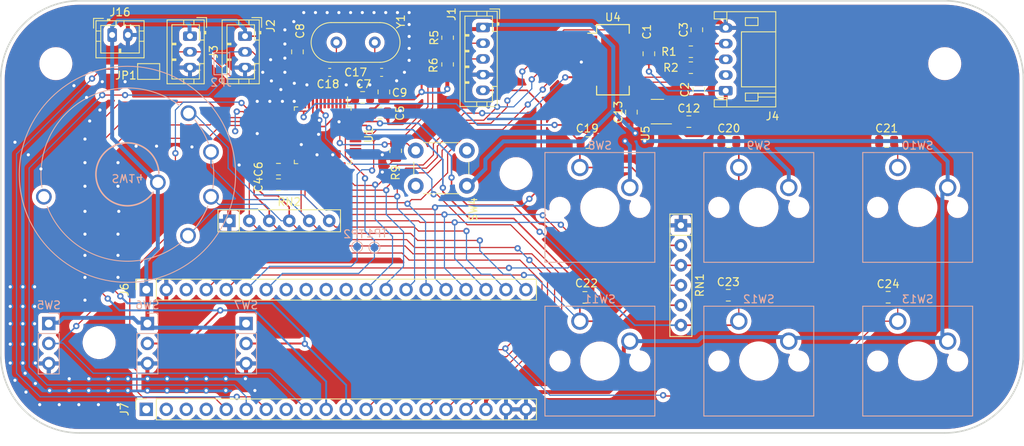
<source format=kicad_pcb>
(kicad_pcb (version 20211014) (generator pcbnew)
  (title_block (title "Libre-MIG PCB Full") (date "2022-10-10") (rev "v0.1"))
  (layers (0 "F.Cu" signal) (31 "B.Cu" signal) (34 "B.Paste" user) (35 "F.Paste" user) (36 "B.SilkS" user "B.Silkscreen") (37 "F.SilkS" user "F.Silkscreen") (38 "B.Mask" user) (39 "F.Mask" user) (44 "Edge.Cuts" user))
  (net 0 "")
  (net 1 "Net-(C2-Pad1)")
  (net 2 "Net-(C3-Pad1)")
  (net 3 "+5V")
  (net 4 "GND")
  (net 5 "/MCU/SDA")
  (net 6 "/MCU/SCL")
  (net 7 "/MCU/EN")
  (net 8 "/MCU/PitchIn")
  (net 9 "/MCU/YawIn")
  (net 10 "/MCU/CC")
  (net 11 "/MCU/USB_DM")
  (net 12 "Net-(C17-Pad2)")
  (net 13 "Net-(C18-Pad2)")
  (net 14 "/MCU/SW1")
  (net 15 "/MCU/SW2")
  (net 16 "+3V3")
  (net 20 "/MCU/SW3")
  (net 21 "/MCU/SW4")
  (net 22 "/MCU/SW5")
  (net 23 "/MCU/SW6")
  (net 24 "/MCU/USB_DP")
  (net 25 "/MCU/TxD")
  (net 26 "/MCU/Togg1")
  (net 27 "/MCU/Togg2")
  (net 28 "/MCU/Togg3")
  (net 29 "/MCU/ADC3")
  (net 32 "Net-(R9-Pad2)")
  (net 33 "/MCU/Rot1")
  (net 34 "/MCU/Rot2")
  (net 35 "/MCU/Rot3")
  (net 36 "/MCU/Rot4")
  (net 37 "/MCU/SWDIO")
  (net 38 "/MCU/SWCLK")
  (net 39 "/MCU/RxD")
  (net 40 "/MCU/CTS")
  (net 41 "/MCU/RTS")
  (net 49 "/MCU/3v3Out")
  (net 57 "/MCU/LDO_EN")
  (net 59 "/MCU/NRST")
  (footprint "Resistor_SMD:R_0805_2012Metric" (layer "F.Cu") (at 156.699 154.092 90)
    (fp_text reference "R9")
    (fp_text value "10k")
  )
  (footprint "Resistor_SMD:R_0805_2012Metric" (layer "F.Cu") (at 194.224 143.518 180)
    (fp_text reference "R2")
    (fp_text value "27")
  )
  (footprint "Capacitor_SMD:C_0805_2012Metric" (layer "F.Cu") (at 219.304 172.728)
    (fp_text reference "C24")
    (fp_text value "100nF")
  )
  (footprint "MountingHole:MountingHole_3.2mm_M3" (layer "F.Cu") (at 172 157)
    (fp_text reference "REF**" hide)
    (fp_text value "MountingHole_3.2mm_M3" hide)
  )
  (footprint "Jumper:SolderJumper-2_P1.3mm_Open_TrianglePad1.0x1.5mm" (layer "F.Cu") (at 125.3 144 180)
    (fp_text reference "JP1")
    (fp_text value "Jumper_2_Open")
  )
  (footprint "Connector_JST:JST_PH_B2B-PH-K_1x02_P2.00mm_Vertical" (layer "F.Cu") (at 120.657 139.349)
    (fp_text reference "J16")
    (fp_text value "Conn_01x02")
  )
  (footprint "Resistor_SMD:R_0805_2012Metric" (layer "F.Cu") (at 163.3 139.7 90)
    (fp_text reference "R5")
    (fp_text value "3k")
  )
  (footprint "Package_TO_SOT_SMD:TSOT-23-5" (layer "F.Cu") (at 189.972 149.106 180)
    (fp_text reference "U5")
    (fp_text value "ADP122AUJZ-3.3-R7 ")
  )
  (footprint "Connector_JST:JST_PH_S5B-PH-K_1x05_P2.00mm_Horizontal" (layer "F.Cu") (at 198.657 146.449 90)
    (fp_text reference "J4")
    (fp_text value "Conn_01x05")
  )
  (footprint "Resistor_THT:R_Array_SIP6" (layer "F.Cu") (at 135.55 163)
    (fp_text reference "RN2")
    (fp_text value "R_Network05")
  )
  (footprint "Capacitor_SMD:C_0805_2012Metric" (layer "F.Cu") (at 199.05 152.916)
    (fp_text reference "C20")
    (fp_text value "100nF")
  )
  (footprint "Capacitor_SMD:C_0805_2012Metric" (layer "F.Cu") (at 141.8 158.4 180)
    (fp_text reference "C4")
    (fp_text value "4.7uF")
  )
  (footprint "Button_Switch_THT:SW_PUSH_6mm" (layer "F.Cu") (at 165.75 158.55 180)
    (fp_text reference "SW4")
    (fp_text value "SW_Push")
  )
  (footprint "Resistor_THT:R_Array_SIP6" (layer "F.Cu") (at 192.954 163.584 -90)
    (fp_text reference "RN1")
    (fp_text value "R_Network05")
  )
  (footprint "Connector_PinSocket_2.54mm:PinSocket_1x20_P2.54mm_Vertical" (layer "F.Cu") (at 125 187 90)
    (fp_text reference "J7")
    (fp_text value "Conn_01x20")
  )
  (footprint "Capacitor_SMD:C_0805_2012Metric" (layer "F.Cu") (at 141.8 156.434 180)
    (fp_text reference "C6")
    (fp_text value "100nF")
  )
  (footprint "Capacitor_SMD:C_0805_2012Metric" (layer "F.Cu") (at 144.213 141.5 90)
    (fp_text reference "C8")
    (fp_text value "100nF")
  )
  (footprint "Capacitor_SMD:C_0805_2012Metric" (layer "F.Cu") (at 154.7 149.3)
    (fp_text reference "C5")
    (fp_text value "100nF")
  )
  (footprint "Resistor_SMD:R_0805_2012Metric" (layer "F.Cu") (at 163.3 143.1 90)
    (fp_text reference "R6")
    (fp_text value "3k")
  )
  (footprint "Capacitor_SMD:C_0805_2012Metric" (layer "F.Cu") (at 181.157 153.049 180)
    (fp_text reference "C19")
    (fp_text value "100nF")
  )
  (footprint "Crystal:Crystal_HC49-U_Vertical" (layer "F.Cu") (at 149.163 140.3)
    (fp_text reference "Y1")
    (fp_text value "ABL-32.000MHZ-B2")
  )
  (footprint "Capacitor_SMD:C_0805_2012Metric" (layer "F.Cu") (at 194.986 138.692 90)
    (fp_text reference "C3")
    (fp_text value "47pF")
  )
  (footprint "Capacitor_SMD:C_0805_2012Metric" (layer "F.Cu") (at 186.67 149.172 90)
    (fp_text reference "C13")
    (fp_text value "1uF")
  )
  (footprint "Connector_PinSocket_2.54mm:PinSocket_1x20_P2.54mm_Vertical" (layer "F.Cu") (at 125 171.76 90)
    (fp_text reference "J6")
    (fp_text value "Conn_01x20")
  )
  (footprint "Connector_JST:JST_PH_B3B-PH-K_1x03_P2.00mm_Vertical" (layer "F.Cu") (at 130.55 139.5 -90)
    (fp_text reference "J3")
    (fp_text value "Conn_01x03")
  )
  (footprint "Capacitor_SMD:C_0603_1608Metric" (layer "F.Cu") (at 148.311 144.11)
    (fp_text reference "C18")
    (fp_text value "7pF")
  )
  (footprint "Capacitor_SMD:C_0805_2012Metric" (layer "F.Cu") (at 152.499 147.292)
    (fp_text reference "C7")
    (fp_text value "100nF")
  )
  (footprint "Package_QFP:LQFP-48_7x7mm_P0.5mm" (layer "F.Cu") (at 147.427 152.116 -90)
    (fp_text reference "U1")
    (fp_text value "STM32F030C8Tx")
  )
  (footprint "Capacitor_SMD:C_0805_2012Metric" (layer "F.Cu") (at 219.116 152.916)
    (fp_text reference "C21")
    (fp_text value "100nF")
  )
  (footprint "Resistor_SMD:R_0805_2012Metric" (layer "F.Cu") (at 194.224 141.486)
    (fp_text reference "R1")
    (fp_text value "27")
  )
  (footprint "MountingHole:MountingHole_3.2mm_M3" (layer "F.Cu") (at 113.5 143)
    (fp_text reference "REF**" hide)
    (fp_text value "MountingHole_3.2mm_M3" hide)
  )
  (footprint "Capacitor_SMD:C_0805_2012Metric" (layer "F.Cu") (at 195.24 146.312 -90)
    (fp_text reference "C2")
    (fp_text value "47pF")
  )
  (footprint "Capacitor_SMD:C_0805_2012Metric" (layer "F.Cu") (at 155.2 146.6 90)
    (fp_text reference "C9")
    (fp_text value "4.7uF")
  )
  (footprint "MountingHole:MountingHole_3.2mm_M3" (layer "F.Cu") (at 226.5 143)
    (fp_text reference "REF**" hide)
    (fp_text value "MountingHole_3.2mm_M3" hide)
  )
  (footprint "Connector_JST:JST_PH_B5B-PH-K_1x05_P2.00mm_Vertical" (layer "F.Cu") (at 167.8 138.4 -90)
    (fp_text reference "J1")
    (fp_text value "Conn_01x05")
  )
  (footprint "Capacitor_SMD:C_0603_1608Metric" (layer "F.Cu") (at 154.915 144.11 180)
    (fp_text reference "C17")
    (fp_text value "7pF")
  )
  (footprint "Connector_JST:JST_PH_B3B-PH-K_1x03_P2.00mm_Vertical" (layer "F.Cu") (at 137.55 139.5 -90)
    (fp_text reference "J2")
    (fp_text value "Conn_01x03")
  )
  (footprint "Capacitor_SMD:C_0805_2012Metric" (layer "F.Cu") (at 188.89 141.74 90)
    (fp_text reference "C1")
    (fp_text value "100nF")
  )
  (footprint "Capacitor_SMD:C_0805_2012Metric" (layer "F.Cu") (at 193.97 150.376)
    (fp_text reference "C12")
    (fp_text value "1uF")
  )
  (footprint "MountingHole:MountingHole_3.2mm_M3" (layer "F.Cu") (at 119 178.5)
    (fp_text reference "REF**" hide)
    (fp_text value "MountingHole_3.2mm_M3" hide)
  )
  (footprint "Capacitor_SMD:C_0805_2012Metric" (layer "F.Cu") (at 198.984 172.474)
    (fp_text reference "C23")
    (fp_text value "100nF")
  )
  (footprint "Package_SO:SSOP-20_3.9x8.7mm_P0.635mm" (layer "F.Cu") (at 184.318 142.502)
    (fp_text reference "U4")
    (fp_text value "FT231XS")
  )
  (footprint "Capacitor_SMD:C_0805_2012Metric" (layer "F.Cu") (at 180.757 172.749 180)
    (fp_text reference "C22")
    (fp_text value "100nF")
  )
  (footprint "Connector_PinHeader_2.54mm:PinHeader_1x03_P2.54mm_Vertical" (layer "B.Cu") (at 137.681 176.075 180)
    (fp_text reference "SW7")
    (fp_text value "SW_SPDT")
  )
  (footprint "TestPoint:TestPoint_Pad_D1.0mm" (layer "B.Cu") (at 154 166.4)
    (fp_text reference "TP1")
    (fp_text value "TestPoint")
  )
  (footprint "Button_Switch_Keyboard:SW_Cherry_MX_1.00u_PCB" (layer "B.Cu") (at 180.12 175.776 180)
    (fp_text reference "SW11")
    (fp_text value "SW_Push")
  )
  (footprint "Jumper:SolderJumper-2_P1.3mm_Open_TrianglePad1.0x1.5mm" (layer "B.Cu") (at 134.6 143 -90)
    (fp_text reference "JP2")
    (fp_text value "Jumper_2_Open")
  )
  (footprint "TestPoint:TestPoint_Pad_D1.0mm" (layer "B.Cu") (at 151.8 166.3)
    (fp_text reference "TP2")
    (fp_text value "TestPoint")
  )
  (footprint "Button_Switch_Keyboard:SW_Cherry_MX_1.00u_PCB" (layer "B.Cu") (at 200.32 175.776 180)
    (fp_text reference "SW12")
    (fp_text value "SW_Push")
  )
  (footprint "Button_Switch_Keyboard:SW_Cherry_MX_1.00u_PCB" (layer "B.Cu") (at 220.52 175.776 180)
    (fp_text reference "SW13")
    (fp_text value "SW_Push")
  )
  (footprint "Button_Switch_Keyboard:SW_Cherry_MX_1.00u_PCB" (layer "B.Cu") (at 180.12 156.218 180)
    (fp_text reference "SW8")
    (fp_text value "SW_Push")
  )
  (footprint "Connector_PinHeader_2.54mm:PinHeader_1x03_P2.54mm_Vertical" (layer "B.Cu") (at 125.1405 176.075 180)
    (fp_text reference "SW6")
    (fp_text value "SW_SPDT")
  )
  (footprint "Button_Switch_Keyboard:SW_Cherry_MX_1.00u_PCB" (layer "B.Cu") (at 200.32 156.218 180)
    (fp_text reference "SW9")
    (fp_text value "SW_Push")
  )
  (footprint "Button_Switch_Keyboard:SW_Cherry_MX_1.00u_PCB" (layer "B.Cu") (at 220.52 156.218 180)
    (fp_text reference "SW10")
    (fp_text value "SW_Push")
  )
  (footprint "Personal:KC14A10.001NPS" (layer "B.Cu") (at 122.6 157.086)
    (fp_text reference "SW14")
    (fp_text value "SW_Coded")
  )
  (footprint "Connector_PinHeader_2.54mm:PinHeader_1x03_P2.54mm_Vertical" (layer "B.Cu") (at 112.6 176.075 180)
    (fp_text reference "SW5")
    (fp_text value "SW_SPDT")
  )
  (gr_arc (start 226.5 135) (mid 233.571068 137.928932) (end 236.5 145) (layer "Edge.Cuts") (width 0.2))
  (gr_line (start 116.5 190) (end 226.5 190) (layer "Edge.Cuts") (width 0.2))
  (gr_arc (start 106.5 145) (mid 109.428932 137.928932) (end 116.5 135) (layer "Edge.Cuts") (width 0.2))
  (gr_line (start 106.5 145) (end 106.5 180) (layer "Edge.Cuts") (width 0.2))
  (gr_line (start 226.5 135) (end 116.5 135) (layer "Edge.Cuts") (width 0.2))
  (gr_line (start 236.5 180) (end 236.5 145) (layer "Edge.Cuts") (width 0.2))
  (gr_arc (start 236.5 180) (mid 233.571068 187.071068) (end 226.5 190) (layer "Edge.Cuts") (width 0.2))
  (gr_arc (start 116.5 190) (mid 109.428932 187.071068) (end 106.5 180) (layer "Edge.Cuts") (width 0.2))
  (segment (start 118.1 144.9) (end 119.3 143.7) (width 0.15) (layer "F.Cu") (net 0))
  (segment (start 122.3 147) (end 119.4 147) (width 0.15) (layer "F.Cu") (net 0))
  (segment (start 138.64 185.4) (end 140.24 187) (width 0.15) (layer "F.Cu") (net 0))
  (segment (start 136.5 185.4) (end 138.64 185.4) (width 0.15) (layer "F.Cu") (net 0))
  (segment (start 119.3 143.7) (end 124.775 143.7) (width 0.15) (layer "F.Cu") (net 0))
  (via (at 119.4 147) (size 0.8) (drill 0.4) (layers "F.Cu" "B.Cu") (net 0))
  (via (at 118.1 144.9) (size 0.8) (drill 0.4) (layers "F.Cu" "B.Cu") (net 0))
  (via (at 122.3 147) (size 0.8) (drill 0.4) (layers "F.Cu" "B.Cu") (net 0))
  (via (at 136.5 185.4) (size 0.8) (drill 0.4) (layers "F.Cu" "B.Cu") (net 0))
  (segment (start 108.5 154.5) (end 118.1 144.9) (width 0.15) (layer "B.Cu") (net 0))
  (segment (start 110.1 181.6) (end 110.1 156.3) (width 0.15) (layer "B.Cu") (net 0))
  (segment (start 136.5 185.4) (end 111.5 185.4) (width 0.15) (layer "B.Cu") (net 0))
  (segment (start 136.2 183.9) (end 112.4 183.9) (width 0.15) (layer "B.Cu") (net 0))
  (segment (start 132.9 147) (end 122.3 147) (width 0.15) (layer "B.Cu") (net 0))
  (segment (start 108.5 182.4) (end 108.5 154.5) (width 0.15) (layer "B.Cu") (net 0))
  (segment (start 137.7 187) (end 137.7 185.4) (width 0.15) (layer "B.Cu") (net 0))
  (segment (start 137.7 185.4) (end 136.2 183.9) (width 0.15) (layer "B.Cu") (net 0))
  (segment (start 134.6 143.725) (end 134.6 145.3) (width 0.15) (layer "B.Cu") (net 0))
  (segment (start 110.1 156.3) (end 119.4 147) (width 0.15) (layer "B.Cu") (net 0))
  (segment (start 134.6 145.3) (end 132.9 147) (width 0.15) (layer "B.Cu") (net 0))
  (segment (start 111.5 185.4) (end 108.5 182.4) (width 0.15) (layer "B.Cu") (net 0))
  (segment (start 112.4 183.9) (end 110.1 181.6) (width 0.15) (layer "B.Cu") (net 0))
  (segment (start 196.2055 142.449) (end 195.1365 143.518) (width 0.2) (layer "F.Cu") (net 1))
  (segment (start 195.24 145.362) (end 195.24 143.6215) (width 0.2) (layer "F.Cu") (net 1))
  (segment (start 195.24 143.6215) (end 195.1365 143.518) (width 0.2) (layer "F.Cu") (net 1))
  (segment (start 198.657 142.449) (end 196.2055 142.449) (width 0.2) (layer "F.Cu") (net 1))
  (segment (start 197.051 140.449) (end 198.657 140.449) (width 0.2) (layer "F.Cu") (net 2))
  (segment (start 194.986 139.642) (end 194.986 141.3355) (width 0.2) (layer "F.Cu") (net 2))
  (segment (start 194.986 141.3355) (end 195.1365 141.486) (width 0.2) (layer "F.Cu") (net 2))
  (segment (start 195.1365 141.486) (end 196.014 141.486) (width 0.2) (layer "F.Cu") (net 2))
  (segment (start 196.014 141.486) (end 197.051 140.449) (width 0.2) (layer "F.Cu") (net 2))
  (segment (start 191.1095 150.056) (end 192.7 150.056) (width 0.5) (layer "F.Cu") (net 3))
  (segment (start 188.89 142.69) (end 188.89 143.99) (width 0.2) (layer "F.Cu") (net 3))
  (segment (start 193.02 151.42) (end 193.02 150.376) (width 0.5) (layer "F.Cu") (net 3))
  (segment (start 188.7605 142.8195) (end 188.89 142.69) (width 0.2) (layer "F.Cu") (net 3))
  (segment (start 192.7 150.056) (end 193.02 150.376) (width 0.5) (layer "F.Cu") (net 3))
  (segment (start 193.7 152.1) (end 193.02 151.42) (width 0.5) (layer "F.Cu") (net 3))
  (segment (start 195.6 152.1) (end 193.7 152.1) (width 0.5) (layer "F.Cu") (net 3))
  (segment (start 188.89 143.99) (end 188.9 144) (width 0.2) (layer "F.Cu") (net 3))
  (segment (start 198.657 146.449) (end 198.657 149.043) (width 0.5) (layer "F.Cu") (net 3))
  (segment (start 198.657 149.043) (end 195.6 152.1) (width 0.5) (layer "F.Cu") (net 3))
  (segment (start 186.918 142.8195) (end 188.7605 142.8195) (width 0.2) (layer "F.Cu") (net 3))
  (via (at 188.9 144) (size 0.8) (drill 0.4) (layers "F.Cu" "B.Cu") (net 3))
  (segment (start 191.349 146.449) (end 198.657 146.449) (width 0.2) (layer "B.Cu") (net 3))
  (segment (start 188.9 144) (end 191.349 146.449) (width 0.2) (layer "B.Cu") (net 3))
  (segment (start 191.938 137.742) (end 188.89 140.79) (width 0.5) (layer "F.Cu") (net 4))
  (segment (start 155.091 145.65) (end 153.449 147.292) (width 0.5) (layer "F.Cu") (net 4))
  (segment (start 146.677 149.877) (end 146.677 147.9535) (width 0.2) (layer "F.Cu") (net 4))
  (segment (start 157.321 145.179) (end 157.813 144.687) (width 0.15) (layer "F.Cu") (net 4))
  (segment (start 155.2 145.65) (end 155.091 145.65) (width 0.5) (layer "F.Cu") (net 4))
  (segment (start 194.986 137.742) (end 191.938 137.742) (width 0.5) (layer "F.Cu") (net 4))
  (segment (start 197.95 137.742) (end 198.657 138.449) (width 0.5) (layer "F.Cu") (net 4))
  (segment (start 194.986 137.742) (end 197.95 137.742) (width 0.5) (layer "F.Cu") (net 4))
  (segment (start 155.2 145.65) (end 156.35 145.65) (width 0.5) (layer "F.Cu") (net 4))
  (segment (start 144.334 154.366) (end 144.7 154) (width 0.15) (layer "F.Cu") (net 4))
  (segment (start 186.918 142.1845) (end 187.5155 142.1845) (width 0.2) (layer "F.Cu") (net 4))
  (segment (start 187.5155 142.1845) (end 188.89 140.81) (width 0.2) (layer "F.Cu") (net 4))
  (segment (start 156.759 145.179) (end 156.821 145.179) (width 0.15) (layer "F.Cu") (net 4))
  (segment (start 140.85 155.25) (end 140.85 156.434) (width 0.15) (layer "F.Cu") (net 4))
  (segment (start 156.821 145.179) (end 157.321 145.179) (width 0.15) (layer "F.Cu") (net 4))
  (segment (start 155.65 149.3) (end 155.95 149) (width 0.5) (layer "F.Cu") (net 4))
  (segment (start 144.7 153.3) (end 144.266 152.866) (width 0.15) (layer "F.Cu") (net 4))
  (segment (start 195.24 147.262) (end 195.24 149.16) (width 0.5) (layer "F.Cu") (net 4))
  (segment (start 144.266 152.866) (end 143.2645 152.866) (width 0.15) (layer "F.Cu") (net 4))
  (segment (start 157.813 144.687) (end 157.813 144.1) (width 0.15) (layer "F.Cu") (net 4))
  (segment (start 195.24 150.056) (end 194.92 150.376) (width 0.5) (layer "F.Cu") (net 4))
  (segment (start 180.3195 142.8195) (end 180.3 142.8) (width 0.2) (layer "F.Cu") (net 4))
  (segment (start 141.734 154.366) (end 140.85 155.25) (width 0.15) (layer "F.Cu") (net 4))
  (segment (start 156.759 145.179) (end 155.69 144.11) (width 0.15) (layer "F.Cu") (net 4))
  (segment (start 195.186 149.106) (end 195.24 149.16) (width 0.5) (layer "F.Cu") (net 4))
  (segment (start 147 150.2) (end 146.677 149.877) (width 0.2) (layer "F.Cu") (net 4))
  (segment (start 155 156.8) (end 155 156.7035) (width 0.15) (layer "F.Cu") (net 4))
  (segment (start 155 156.7035) (end 156.699 155.0045) (width 0.15) (layer "F.Cu") (net 4))
  (segment (start 149.5 150.4) (end 150.034 149.866) (width 0.25) (layer "F.Cu") (net 4))
  (segment (start 191.1095 149.106) (end 195.186 149.106) (width 0.5) (layer "F.Cu") (net 4))
  (segment (start 155.95 149) (end 157.3 149) (width 0.5) (layer "F.Cu") (net 4))
  (segment (start 143.2645 154.366) (end 141.734 154.366) (width 0.15) (layer "F.Cu") (net 4))
  (segment (start 144.7 154) (end 144.7 153.3) (width 0.15) (layer "F.Cu") (net 4))
  (segment (start 195.24 149.16) (end 195.24 150.056) (width 0.5) (layer "F.Cu") (net 4))
  (segment (start 140.85 156.434) (end 140.85 158.4) (width 0.15) (layer "F.Cu") (net 4))
  (segment (start 143.2645 154.366) (end 144.334 154.366) (width 0.15) (layer "F.Cu") (net 4))
  (segment (start 150.034 149.866) (end 151.5895 149.866) (width 0.25) (layer "F.Cu") (net 4))
  (segment (start 188.89 140.81) (end 188.89 140.79) (width 0.2) (layer "F.Cu") (net 4))
  (segment (start 181.718 142.8195) (end 180.3195 142.8195) (width 0.2) (layer "F.Cu") (net 4))
  (segment (start 156.35 145.65) (end 156.821 145.179) (width 0.5) (layer "F.Cu") (net 4))
  (via (at 147.990784 136.5) (size 0.8) (drill 0.4) (layers "F.Cu" "B.Cu") (net 4))
  (via (at 158.413 136.5) (size 0.8) (drill 0.4) (layers "F.Cu" "B.Cu") (net 4))
  (via (at 109.6 182.4) (size 0.8) (drill 0.4) (layers "F.Cu" "B.Cu") (net 4))
  (via (at 155 156.8) (size 0.8) (drill 0.4) (layers "F.Cu" "B.Cu") (net 4))
  (via (at 142.613 140.5) (size 0.8) (drill 0.4) (layers "F.Cu" "B.Cu") (net 4))
  (via (at 152.457448 136.5) (size 0.8) (drill 0.4) (layers "F.Cu" "B.Cu") (net 4))
  (via (at 158.413 139.54) (size 0.8) (drill 0.4) (layers "F.Cu" "B.Cu") (net 4))
  (via (at 127.633328 184.6) (size 0.8) (drill 0.4) (layers "F.Cu" "B.Cu") (net 4))
  (via (at 156.924112 136.5) (size 0.8) (drill 0.4) (layers "F.Cu" "B.Cu") (net 4))
  (via (at 149.479672 136.5) (size 0.8) (drill 0.4) (layers "F.Cu" "B.Cu") (net 4))
  (via (at 122.655552 184.6) (size 0.8) (drill 0.4) (layers "F.Cu" "B.Cu") (net 4))
  (via (at 113.933336 186.4) (size 0.8) (drill 0.4) (layers "F.Cu" "B.Cu") (net 4))
  (via (at 121.4 164.7) (size 0.8) (drill 0.4) (layers "F.Cu" "B.Cu") (net 4))
  (via (at 153.413 145.7) (size 0.8) (drill 0.4) (layers "F.Cu" "B.Cu") (net 4))
  (via (at 144.7 153.3) (size 0.8) (drill 0.4) (layers "F.Cu" "B.Cu") (net 4))
  (via (at 107.7 181.1) (size 0.8) (drill 0.4) (layers "F.Cu" "B.Cu") (net 4))
  (via (at 130.133328 183.1) (size 0.8) (drill 0.4) (layers "F.Cu" "B.Cu") (net 4))
  (via (at 109.7 184.8) (size 0.8) (drill 0.4) (layers "F.Cu" "B.Cu") (net 4))
  (via (at 155 154.6) (size 0.8) (drill 0.4) (layers "F.Cu" "B.Cu") (net 4))
  (via (at 107.7 173.9) (size 0.8) (drill 0.4) (layers "F.Cu" "B.Cu") (net 4))
  (via (at 120.177776 183.1) (size 0.8) (drill 0.4) (layers "F.Cu" "B.Cu") (net 4))
  (via (at 117.2 164.7) (size 0.8) (drill 0.4) (layers "F.Cu" "B.Cu") (net 4))
  (via (at 157.813 144.1) (size 0.8) (drill 0.4) (layers "F.Cu" "B.Cu") (net 4))
  (via (at 142.3 147.8) (size 0.8) (drill 0.4) (layers "F.Cu" "B.Cu") (net 4))
  (via (at 108.3 183.3) (size 0.8) (drill 0.4) (layers "F.Cu" "B.Cu") (net 4))
  (via (at 118.911112 186.4) (size 0.8) (drill 0.4) (layers "F.Cu" "B.Cu") (net 4))
  (via (at 146.9 152) (size 0.8) (drill 0.4) (layers "F.Cu" "B.Cu") (net 4))
  (via (at 111.6 156.4) (size 0.8) (drill 0.4) (layers "F.Cu" "B.Cu") (net 4))
  (via (at 121.4 158.6) (size 0.8) (drill 0.4) (layers "F.Cu" "B.Cu") (net 4))
  (via (at 117.2 161.8) (size 0.8) (drill 0.4) (layers "F.Cu" "B.Cu") (net 4))
  (via (at 145.413 145.7) (size 0.8) (drill 0.4) (layers "F.Cu" "B.Cu") (net 4))
  (via (at 180.3 142.8) (size 0.8) (drill 0.4) (layers "F.Cu" "B.Cu") (net 4))
  (via (at 108.3 153) (size 0.8) (drill 0.4) (layers "F.Cu" "B.Cu") (net 4))
  (via (at 130.122216 184.6) (size 0.8) (drill 0.4) (layers "F.Cu" "B.Cu") (net 4))
  (via (at 107.7 178.7) (size 0.8) (drill 0.4) (layers "F.Cu" "B.Cu") (net 4))
  (via (at 115.188888 184.6) (size 0.8) (drill 0.4) (layers "F.Cu" "B.Cu") (net 4))
  (via (at 147 150.2) (size 0.8) (drill 0.4) (layers "F.Cu" "B.Cu") (net 4))
  (via (at 119.4 145.3) (size 0.8) (drill 0.4) (layers "F.Cu" "B.Cu") (net 4))
  (via (at 117.8 150.3) (size 0.8) (drill 0.4) (layers "F.Cu" "B.Cu") (net 4))
  (via (at 139.8 144.1) (size 0.8) (drill 0.4) (layers "F.Cu" "B.Cu") (net 4))
  (via (at 127.64444 183.1) (size 0.8) (drill 0.4) (layers "F.Cu" "B.Cu") (net 4))
  (via (at 137.6 183.1) (size 0.8) (drill 0.4) (layers "F.Cu" "B.Cu") (net 4))
  (via (at 119.1 148.9) (size 0.8) (drill 0.4) (layers "F.Cu" "B.Cu") (net 4))
  (via (at 158.413 142.58) (size 0.8) (drill 0.4) (layers "F.Cu" "B.Cu") (net 4))
  (via (at 115.8 145.8) (size 0.8) (drill 0.4) (layers "F.Cu" "B.Cu") (net 4))
  (via (at 155.435224 136.5) (size 0.8) (drill 0.4) (layers "F.Cu" "B.Cu") (net 4))
  (via (at 139.1 147.8) (size 0.8) (drill 0.4) (layers "F.Cu" "B.Cu") (net 4))
  (via (at 142.613 138.7) (size 0.8) (drill 0.4) (layers "F.Cu" "B.Cu") (net 4))
  (via (at 135.1 184.6) (size 0.8) (drill 0.4) (layers "F.Cu" "B.Cu") (net 4))
  (via (at 132.622216 183.1) (size 0.8) (drill 0.4) (layers "F.Cu" "B.Cu") (net 4))
  (via (at 149.5 150.4) (size 0.8) (drill 0.4) (layers "F.Cu" "B.Cu") (net 4))
  (via (at 122.666664 183.1) (size 0.8) (drill 0.4) (layers "F.Cu" "B.Cu") (net 4))
  (via (at 158.413 138.02) (size 0.8) (drill 0.4) (layers "F.Cu" "B.Cu") (net 4))
  (via (at 109.3 173.9) (size 0.8) (drill 0.4) (layers "F.Cu" "B.Cu") (net 4))
  (via (at 111.444448 186.4) (size 0.8) (drill 0.4) (layers "F.Cu" "B.Cu") (net 4))
  (via (at 110 154.6) (size 0.8) (drill 0.4) (layers "F.Cu" "B.Cu") (net 4))
  (via (at 158.413 141.06) (size 0.8) (drill 0.4) (layers "F.Cu" "B.Cu") (net 4))
  (via (at 126.3 153.5) (size 0.8) (drill 0.4) (layers "F.Cu" "B.Cu") (net 4))
  (via (at 153.946336 136.5) (size 0.8) (drill 0.4) (layers "F.Cu" "B.Cu") (net 4))
  (via (at 117.677776 184.6) (size 0.8) (drill 0.4) (layers "F.Cu" "B.Cu") (net 4))
  (via (at 146.501896 136.5) (size 0.8) (drill 0.4) (layers "F.Cu" "B.Cu") (net 4))
  (via (at 146.7 154.6) (size 0.8) (drill 0.4) (layers "F.Cu" "B.Cu") (net 4))
  (via (at 110.8 178.7) (size 0.8) (drill 0.4) (layers "F.Cu" "B.Cu") (net 4))
  (via (at 110.9 181.1) (size 0.8) (drill 0.4) (layers "F.Cu" "B.Cu") (net 4))
  (via (at 121.4 170.2) (size 0.8) (drill 0.4) (layers "F.Cu" "B.Cu") (net 4))
  (via (at 157.3 149) (size 0.8) (drill 0.4) (layers "F.Cu" "B.Cu") (net 4))
  (via (at 117.688888 183.1) (size 0.8) (drill 0.4) (layers "F.Cu" "B.Cu") (net 4))
  (via (at 107.7 176.1) (size 0.8) (drill 0.4) (layers "F.Cu" "B.Cu") (net 4))
  (via (at 156.821 145.179) (size 0.8) (drill 0.4) (layers "F.Cu" "B.Cu") (net 4))
  (via (at 130.8 153.6) (size 0.8) (drill 0.4) (layers "F.Cu" "B.Cu") (net 4))
  (via (at 136.8 155.9) (size 0.8) (drill 0.4) (layers "F.Cu" "B.Cu") (net 4))
  (via (at 115.2 183.1) (size 0.8) (drill 0.4) (layers "F.Cu" "B.Cu") (net 4))
  (via (at 145.013 136.5) (size 0.8) (drill 0.4) (layers "F.Cu" "B.Cu") (net 4))
  (via (at 150.413 145.7) (size 0.8) (drill 0.4) (layers "F.Cu" "B.Cu") (net 4))
  (via (at 110.8 176.1) (size 0.8) (drill 0.4) (layers "F.Cu" "B.Cu") (net 4))
  (via (at 138.8 184.6) (size 0.8) (drill 0.4) (layers "F.Cu" "B.Cu") (net 4))
  (via (at 142.1 146.3) (size 0.8) (drill 0.4) (layers "F.Cu" "B.Cu") (net 4))
  (via (at 132.611104 184.6) (size 0.8) (drill 0.4) (layers "F.Cu" "B.Cu") (net 4))
  (via (at 117.2 173.1) (size 0.8) (drill 0.4) (layers "F.Cu" "B.Cu") (net 4))
  (via (at 135.111104 183.1) (size 0.8) (drill 0.4) (layers "F.Cu" "B.Cu") (net 4))
  (via (at 140.9 145.2) (size 0.8) (drill 0.4) (layers "F.Cu" "B.Cu") (net 4))
  (via (at 121.4 186.4) (size 0.8) (drill 0.4) (layers "F.Cu" "B.Cu") (net 4))
  (via (at 117.4 147.3) (size 0.8) (drill 0.4) (layers "F.Cu" "B.Cu") (net 4))
  (via (at 117.2 158.6) (size 0.8) (drill 0.4) (layers "F.Cu" "B.Cu") (net 4))
  (via (at 117.2 152.6) (size 0.8) (drill 0.4) (layers "F.Cu" "B.Cu") (net 4))
  (via (at 117.2 170.2) (size 0.8) (drill 0.4) (layers "F.Cu" "B.Cu") (net 4))
  (via (at 112.7 184.6) (size 0.8) (drill 0.4) (layers "F.Cu" "B.Cu") (net 4))
  (via (at 140.8 142.5) (size 0.8) (drill 0.4) (layers "F.Cu" "B.Cu") (net 4))
  (via (at 142.613 142.3) (size 0.8) (drill 0.4) (layers "F.Cu" "B.Cu") (net 4))
  (via (at 152.013 145.7) (size 0.8) (drill 0.4) (layers "F.Cu" "B.Cu") (net 4))
  (via (at 121.4 167.4) (size 0.8) (drill 0.4) (layers "F.Cu" "B.Cu") (net 4))
  (via (at 123.7 153.5) (size 0.8) (drill 0.4) (layers "F.Cu" "B.Cu") (net 4))
  (via (at 110.8 171.4) (size 0.8) (drill 0.4) (layers "F.Cu" "B.Cu") (net 4))
  (via (at 109.3 176.1) (size 0.8) (drill 0.4) (layers "F.Cu" "B.Cu") (net 4))
  (via (at 117.2 155.6) (size 0.8) (drill 0.4) (layers "F.Cu" "B.Cu") (net 4))
  (via (at 116.422224 186.4) (size 0.8) (drill 0.4) (layers "F.Cu" "B.Cu") (net 4))
  (via (at 121.5 161.8) (size 0.8) (drill 0.4) (layers "F.Cu" "B.Cu") (net 4))
  (via (at 143.813 145.5) (size 0.8) (drill 0.4) (layers "F.Cu" "B.Cu") (net 4))
  (via (at 110.8 173.9) (size 0.8) (drill 0.4) (layers "F.Cu" "B.Cu") (net 4))
  (via (at 125.14444 184.6) (size 0.8) (drill 0.4) (layers "F.Cu" "B.Cu") (net 4))
  (via (at 107.7 171.4) (size 0.8) (drill 0.4) (layers "F.Cu" "B.Cu") (net 4))
  (via (at 125.155552 183.1) (size 0.8) (drill 0.4) (layers "F.Cu" "B.Cu") (net 4))
  (via (at 143.75 137.649) (size 0.8) (drill 0.4) (layers "F.Cu" "B.Cu") (net 4))
  (via (at 109.3 181.1) (size 0.8) (drill 0.4) (layers "F.Cu" "B.Cu") (net 4))
  (via (at 109.3 171.4) (size 0.8) (drill 0.4) (layers "F.Cu" "B.Cu") (net 4))
  (via (at 117.2 167.4) (size 0.8) (drill 0.4) (layers "F.Cu" "B.Cu") (net 4))
  (via (at 110.9 183.7) (size 0.8) (drill 0.4) (layers "F.Cu" "B.Cu") (net 4))
  (via (at 143.8 147.8) (size 0.8) (drill 0.4) (layers "F.Cu" "B.Cu") (net 4))
  (via (at 142.613 144.1) (size 0.8) (drill 0.4) (layers "F.Cu" "B.Cu") (net 4))
  (via (at 148.7 154.6) (size 0.8) (drill 0.4) (layers "F.Cu" "B.Cu") (net 4))
  (via (at 109.3 178.7) (size 0.8) (drill 0.4) (layers "F.Cu" "B.Cu") (net 4))
  (via (at 140.7 147.8) (size 0.8) (drill 0.4) (layers "F.Cu" "B.Cu") (net 4))
  (via (at 122.3 145.3) (size 0.8) (drill 0.4) (layers "F.Cu" "B.Cu") (net 4))
  (via (at 139.1 151.9) (size 0.8) (drill 0.4) (layers "F.Cu" "B.Cu") (net 4))
  (via (at 121.4 155.6) (size 0.8) (drill 0.4) (layers "F.Cu" "B.Cu") (net 4))
  (via (at 150.96856 136.5) (size 0.8) (drill 0.4) (layers "F.Cu" "B.Cu") (net 4))
  (via (at 120.166664 184.6) (size 0.8) (drill 0.4) (layers "F.Cu" "B.Cu") (net 4))
  (segment (start 150.3 152.2) (end 150.634 151.866) (width 0.15) (layer "F.Cu") (net 5))
  (segment (start 150.3 154.808975) (end 150.3 152.2) (width 0.15) (layer "F.Cu") (net 5))
  (segment (start 151.5895 151.866) (end 153.834 151.866) (width 0.15) (layer "F.Cu") (net 5))
  (segment (start 160.8 148.5) (end 160.8 142.1) (width 0.15) (layer "F.Cu") (net 5))
  (segment (start 153.834 151.866) (end 154.3 151.4) (width 0.15) (layer "F.Cu") (net 5))
  (segment (start 154.3 151.4) (end 157.9 151.4) (width 0.15) (layer "F.Cu") (net 5))
  (segment (start 163.388 140.4) (end 167.8 140.4) (width 0.15) (layer "F.Cu") (net 5))
  (segment (start 157.9 151.4) (end 160.8 148.5) (width 0.15) (layer "F.Cu") (net 5))
  (segment (start 160.8 142.1) (end 162.2875 140.6125) (width 0.15) (layer "F.Cu") (net 5))
  (segment (start 152.8 157.6) (end 152.8 157.308975) (width 0.15) (layer "F.Cu") (net 5))
  (segment (start 152.8 157.308975) (end 150.3 154.808975) (width 0.15) (layer "F.Cu") (net 5))
  (segment (start 150.634 151.866) (end 151.5895 151.866) (width 0.15) (layer "F.Cu") (net 5))
  (segment (start 162.2875 140.6125) (end 163.3 140.6125) (width 0.15) (layer "F.Cu") (net 5))
  (via (at 152.8 157.6) (size 0.8) (drill 0.4) (layers "F.Cu" "B.Cu") (net 5))
  (segment (start 152 169.7) (end 142.3 169.7) (width 0.15) (layer "B.Cu") (net 5))
  (segment (start 152.8 157.6) (end 152.8 164.3) (width 0.15) (layer "B.Cu") (net 5))
  (segment (start 154 167.7) (end 152 169.7) (width 0.15) (layer "B.Cu") (net 5))
  (segment (start 142.3 169.7) (end 140.24 171.76) (width 0.15) (layer "B.Cu") (net 5))
  (segment (start 154 165.5) (end 154 167.7) (width 0.15) (layer "B.Cu") (net 5))
  (segment (start 152.8 164.3) (end 154 165.5) (width 0.15) (layer "B.Cu") (net 5))
  (segment (start 157.7 152.3) (end 161.4 148.6) (width 0.15) (layer "F.Cu") (net 6))
  (segment (start 153.9 156.4) (end 153.9 152.9) (width 0.15) (layer "F.Cu") (net 6))
  (segment (start 153.7 156.6) (end 153.9 156.4) (width 0.15) (layer "F.Cu") (net 6))
  (segment (start 153.9 152.9) (end 154.5 152.3) (width 0.15) (layer "F.Cu") (net 6))
  (segment (start 162.988 142.4) (end 167.8 142.4) (width 0.15) (layer "F.Cu") (net 6))
  (segment (start 151.5895 152.366) (end 153.366 152.366) (width 0.15) (layer "F.Cu") (net 6))
  (segment (start 161.4 148.6) (end 161.4 143) (width 0.15) (layer "F.Cu") (net 6))
  (segment (start 153.366 152.366) (end 153.9 152.9) (width 0.15) (layer "F.Cu") (net 6))
  (segment (start 161.4 143) (end 162.2125 142.1875) (width 0.15) (layer "F.Cu") (net 6))
  (segment (start 154.5 152.3) (end 157.7 152.3) (width 0.15) (layer "F.Cu") (net 6))
  (segment (start 162.2125 142.1875) (end 163.3 142.1875) (width 0.15) (layer "F.Cu") (net 6))
  (via (at 153.7 156.6) (size 0.8) (drill 0.4) (layers "F.Cu" "B.Cu") (net 6))
  (segment (start 153.6 156.5) (end 153.7 156.6) (width 0.15) (layer "B.Cu") (net 6))
  (segment (start 140.66 168.8) (end 151.05 168.8) (width 0.15) (layer "B.Cu") (net 6))
  (segment (start 151.8 157.1) (end 152.4 156.5) (width 0.15) (layer "B.Cu") (net 6))
  (segment (start 137.7 171.76) (end 140.66 168.8) (width 0.15) (layer "B.Cu") (net 6))
  (segment (start 151.05 168.8) (end 151.8 168.05) (width 0.15) (layer "B.Cu") (net 6))
  (segment (start 152.4 156.5) (end 153.6 156.5) (width 0.15) (layer "B.Cu") (net 6))
  (segment (start 151.8 168.05) (end 151.8 157.1) (width 0.15) (layer "B.Cu") (net 6))
  (segment (start 146.677 159.077) (end 146.677 156.2785) (width 0.15) (layer "F.Cu") (net 7))
  (segment (start 150.9 161.5) (end 149.7 160.3) (width 0.15) (layer "F.Cu") (net 7))
  (segment (start 149.7 160.3) (end 147.9 160.3) (width 0.15) (layer "F.Cu") (net 7))
  (segment (start 161.5 161.5) (end 150.9 161.5) (width 0.15) (layer "F.Cu") (net 7))
  (segment (start 147.9 160.3) (end 146.677 159.077) (width 0.15) (layer "F.Cu") (net 7))
  (segment (start 173.4 146.4) (end 167.8 146.4) (width 0.2) (layer "F.Cu") (net 7))
  (segment (start 175.2 158.7) (end 175.2 148.2) (width 0.2) (layer "F.Cu") (net 7))
  (segment (start 175.2 148.2) (end 173.4 146.4) (width 0.2) (layer "F.Cu") (net 7))
  (segment (start 161.7 161.3) (end 161.5 161.5) (width 0.15) (layer "F.Cu") (net 7))
  (segment (start 173.7 160.2) (end 175.2 158.7) (width 0.2) (layer "F.Cu") (net 7))
  (via (at 173.7 160.2) (size 0.8) (drill 0.4) (layers "F.Cu" "B.Cu") (net 7))
  (via (at 161.7 161.3) (size 0.8) (drill 0.4) (layers "F.Cu" "B.Cu") (net 7))
  (segment (start 161.7 161.3) (end 161.7 170.36) (width 0.15) (layer "B.Cu") (net 7))
  (segment (start 161.9 161.1) (end 161.7 161.3) (width 0.2) (layer "B.Cu") (net 7))
  (segment (start 173.7 160.2) (end 172.8 161.1) (width 0.2) (layer "B.Cu") (net 7))
  (segment (start 161.7 170.36) (end 163.1 171.76) (width 0.15) (layer "B.Cu") (net 7))
  (segment (start 172.8 161.1) (end 161.9 161.1) (width 0.2) (layer "B.Cu") (net 7))
  (segment (start 144.6 146.4) (end 145.177 146.977) (width 0.15) (layer "F.Cu") (net 8))
  (segment (start 145.177 146.977) (end 145.177 147.9535) (width 0.15) (layer "F.Cu") (net 8))
  (segment (start 138.5 141.5) (end 143.4 146.4) (width 0.15) (layer "F.Cu") (net 8))
  (segment (start 137.55 141.5) (end 138.5 141.5) (width 0.15) (layer "F.Cu") (net 8))
  (segment (start 143.4 146.4) (end 144.6 146.4) (width 0.15) (layer "F.Cu") (net 8))
  (segment (start 134.825 142.275) (end 134.6 142.275) (width 0.15) (layer "B.Cu") (net 8))
  (segment (start 135.6 141.5) (end 134.825 142.275) (width 0.15) (layer "B.Cu") (net 8))
  (segment (start 137.55 141.5) (end 135.6 141.5) (width 0.15) (layer "B.Cu") (net 8))
  (segment (start 135 143.9) (end 138.1 147) (width 0.15) (layer "F.Cu") (net 9))
  (segment (start 126.225 143.475) (end 126.225 143.7) (width 0.15) (layer "F.Cu") (net 9))
  (segment (start 144.3 147) (end 144.677 147.377) (width 0.15) (layer "F.Cu") (net 9))
  (segment (start 132.6 141.5) (end 135 143.9) (width 0.15) (layer "F.Cu") (net 9))
  (segment (start 130.55 141.5) (end 132.6 141.5) (width 0.15) (layer "F.Cu") (net 9))
  (segment (start 128.2 141.5) (end 126.225 143.475) (width 0.15) (layer "F.Cu") (net 9))
  (segment (start 138.1 147) (end 144.3 147) (width 0.15) (layer "F.Cu") (net 9))
  (segment (start 144.677 147.377) (end 144.677 147.9535) (width 0.15) (layer "F.Cu") (net 9))
  (segment (start 130.55 141.5) (end 128.2 141.5) (width 0.15) (layer "F.Cu") (net 9))
  (segment (start 192.157 143.549) (end 192.157 142.6405) (width 0.15) (layer "F.Cu") (net 11))
  (segment (start 186.918 144.7245) (end 190.9815 144.7245) (width 0.15) (layer "F.Cu") (net 11))
  (segment (start 190.9815 144.7245) (end 192.157 143.549) (width 0.15) (layer "F.Cu") (net 11))
  (segment (start 192.157 142.6405) (end 193.3115 141.486) (width 0.15) (layer "F.Cu") (net 11))
  (segment (start 154.043 140.3) (end 154.043 144.013) (width 0.15) (layer "F.Cu") (net 12))
  (segment (start 154.043 144.013) (end 154.14 144.11) (width 0.15) (layer "F.Cu") (net 12))
  (segment (start 150.803 144.11) (end 154.14 144.11) (width 0.2) (layer "F.Cu") (net 12))
  (segment (start 148.177 146.736) (end 150.803 144.11) (width 0.2) (layer "F.Cu") (net 12))
  (segment (start 148.177 147.9535) (end 148.177 146.736) (width 0.2) (layer "F.Cu") (net 12))
  (segment (start 149.163 140.3) (end 149.163 144.033) (width 0.15) (layer "F.Cu") (net 13))
  (segment (start 147.677 146.236) (end 149.086 144.827) (width 0.2) (layer "F.Cu") (net 13))
  (segment (start 149.163 144.033) (end 149.086 144.11) (width 0.15) (layer "F.Cu") (net 13))
  (segment (start 149.086 144.827) (end 149.086 144.11) (width 0.2) (layer "F.Cu") (net 13))
  (segment (start 147.677 147.9535) (end 147.677 146.236) (width 0.2) (layer "F.Cu") (net 13))
  (segment (start 137.7 148.6) (end 143.801 148.6) (width 0.15) (layer "F.Cu") (net 14))
  (segment (start 145.149 149.049) (end 145.45 149.049) (width 0.15) (layer "F.Cu") (net 14))
  (segment (start 145.677 148.822) (end 145.677 147.9535) (width 0.15) (layer "F.Cu") (net 14))
  (segment (start 123.8 182.1) (end 123.8 184.7) (width 0.15) (layer "F.Cu") (net 14))
  (segment (start 145.45 149.049) (end 145.677 148.822) (width 0.15) (layer "F.Cu") (net 14))
  (segment (start 128.7 154.4) (end 128.7 163.9) (width 0.15) (layer "F.Cu") (net 14))
  (segment (start 191.324 166.124) (end 192.954 166.124) (width 0.2) (layer "F.Cu") (net 14))
  (segment (start 177.958 150.8) (end 176.9 150.8) (width 0.2) (layer "F.Cu") (net 14))
  (segment (start 133.66 185.5) (end 135.16 187) (width 0.15) (layer "F.Cu") (net 14))
  (segment (start 145 149.198) (end 145.149 149.049) (width 0.2) (layer "F.Cu") (net 14))
  (segment (start 180.12 153.136) (end 180.12 156.218) (width 0.2) (layer "F.Cu") (net 14))
  (segment (start 143.801 148.6) (end 144.25 149.049) (width 0.15) (layer "F.Cu") (net 14))
  (segment (start 190.4 159.9) (end 190.4 165.2) (width 0.2) (layer "F.Cu") (net 14))
  (segment (start 186.718 156.218) (end 190.4 159.9) (width 0.2) (layer "F.Cu") (net 14))
  (segment (start 180.207 153.049) (end 180.12 153.136) (width 0.2) (layer "F.Cu") (net 14))
  (segment (start 122.9 181.2) (end 123.8 182.1) (width 0.15) (layer "F.Cu") (net 14))
  (segment (start 137.1 148) (end 137.7 148.6) (width 0.15) (layer "F.Cu") (net 14))
  (segment (start 124.6 185.5) (end 133.66 185.5) (width 0.15) (layer "F.Cu") (net 14))
  (segment (start 180.12 156.218) (end 186.718 156.218) (width 0.2) (layer "F.Cu") (net 14))
  (segment (start 128.7 163.9) (end 122.9 169.7) (width 0.15) (layer "F.Cu") (net 14))
  (segment (start 123.8 184.7) (end 124.6 185.5) (width 0.15) (layer "F.Cu") (net 14))
  (segment (start 122.9 169.7) (end 122.9 181.2) (width 0.15) (layer "F.Cu") (net 14))
  (segment (start 180.207 153.049) (end 177.958 150.8) (width 0.2) (layer "F.Cu") (net 14))
  (segment (start 190.4 165.2) (end 191.324 166.124) (width 0.2) (layer "F.Cu") (net 14))
  (segment (start 145 149.8) (end 145 149.198) (width 0.2) (layer "F.Cu") (net 14))
  (segment (start 144.25 149.049) (end 145.149 149.049) (width 0.15) (layer "F.Cu") (net 14))
  (via (at 176.9 150.8) (size 0.8) (drill 0.4) (layers "F.Cu" "B.Cu") (net 14))
  (via (at 137.1 148) (size 0.8) (drill 0.4) (layers "F.Cu" "B.Cu") (net 14))
  (via (at 128.7 154.4) (size 0.8) (drill 0.4) (layers "F.Cu" "B.Cu") (net 14))
  (via (at 145 149.8) (size 0.8) (drill 0.4) (layers "F.Cu" "B.Cu") (net 14))
  (segment (start 145 149.6) (end 145 149.8) (width 0.2) (layer "B.Cu") (net 14))
  (segment (start 137.1 148) (end 137 147.9) (width 0.15) (layer "B.Cu") (net 14))
  (segment (start 128.7 148.9) (end 128.7 154.4) (width 0.15) (layer "B.Cu") (net 14))
  (segment (start 164.4 148.1) (end 146.5 148.1) (width 0.2) (layer "B.Cu") (net 14))
  (segment (start 128.9 148.7) (end 128.7 148.9) (width 0.15) (layer "B.Cu") (net 14))
  (segment (start 137 147.9) (end 129.7 147.9) (width 0.15) (layer "B.Cu") (net 14))
  (segment (start 167.1 150.8) (end 164.4 148.1) (width 0.2) (layer "B.Cu") (net 14))
  (segment (start 129.7 147.9) (end 128.9 148.7) (width 0.15) (layer "B.Cu") (net 14))
  (segment (start 146.5 148.1) (end 145 149.6) (width 0.2) (layer "B.Cu") (net 14))
  (segment (start 176.9 150.8) (end 167.1 150.8) (width 0.2) (layer "B.Cu") (net 14))
  (segment (start 145.677 159.377) (end 145.677 156.2785) (width 0.15) (layer "F.Cu") (net 15))
  (segment (start 199.7 165.6) (end 196.636 168.664) (width 0.2) (layer "F.Cu") (net 15))
  (segment (start 200.32 153.236) (end 200.32 156.218) (width 0.2) (layer "F.Cu") (net 15))
  (segment (start 196.636 168.664) (end 192.954 168.664) (width 0.2) (layer "F.Cu") (net 15))
  (segment (start 199.7 159.6) (end 199.7 165.6) (width 0.2) (layer "F.Cu") (net 15))
  (segment (start 159.8 163.2) (end 159.6 163) (width 0.15) (layer "F.Cu") (net 15))
  (segment (start 200.32 156.218) (end 200.32 158.98) (width 0.2) (layer "F.Cu") (net 15))
  (segment (start 148.8 161.4) (end 147.7 161.4) (width 0.15) (layer "F.Cu") (net 15))
  (segment (start 177.7 163.5) (end 182.864 168.664) (width 0.15) (layer "F.Cu") (net 15))
  (segment (start 182.864 168.664) (end 192.954 168.664) (width 0.15) (layer "F.Cu") (net 15))
  (segment (start 200.32 158.98) (end 199.7 159.6) (width 0.2) (layer "F.Cu") (net 15))
  (segment (start 147.7 161.4) (end 145.677 159.377) (width 0.15) (layer "F.Cu") (net 15))
  (segment (start 159.6 163) (end 150.4 163) (width 0.15) (layer "F.Cu") (net 15))
  (segment (start 164.2 163.2) (end 159.8 163.2) (width 0.15) (layer "F.Cu") (net 15))
  (segment (start 200 152.916) (end 200.32 153.236) (width 0.2) (layer "F.Cu") (net 15))
  (segment (start 150.4 163) (end 148.8 161.4) (width 0.15) (layer "F.Cu") (net 15))
  (via (at 177.7 163.5) (size 0.8) (drill 0.4) (layers "F.Cu" "B.Cu") (net 15))
  (via (at 164.2 163.2) (size 0.8) (drill 0.4) (layers "F.Cu" "B.Cu") (net 15))
  (segment (start 177.7 163.5) (end 177.4 163.2) (width 0.15) (layer "B.Cu") (net 15))
  (segment (start 168.16 171.76) (end 168.18 171.76) (width 0.15) (layer "B.Cu") (net 15))
  (segment (start 177.4 163.2) (end 164.2 163.2) (width 0.15) (layer "B.Cu") (net 15))
  (segment (start 164.2 167.8) (end 168.16 171.76) (width 0.15) (layer "B.Cu") (net 15))
  (segment (start 164.2 163.2) (end 164.2 167.8) (width 0.15) (layer "B.Cu") (net 15))
  (segment (start 144.934 154.866) (end 143.2645 154.866) (width 0.2) (layer "F.Cu") (net 16))
  (segment (start 146.177 147.9535) (end 146.177 145.464) (width 0.2) (layer "F.Cu") (net 16))
  (segment (start 146.3 151) (end 146 151.3) (width 0.2) (layer "F.Cu") (net 16))
  (segment (start 125.1405 176.075) (end 125.1405 171.9005) (width 0.5) (layer "F.Cu") (net 16))
  (segment (start 183.8 184.8) (end 185.7 182.9) (width 0.5) (layer "F.Cu") (net 16))
  (segment (start 151.5895 149.366) (end 151.5895 148.8015) (width 0.25) (layer "F.Cu") (net 16))
  (segment (start 151.5895 149.366) (end 153.324 149.366) (width 0.25) (layer "F.Cu") (net 16))
  (segment (start 144.213 143.5) (end 144.213 142.45) (width 0.2) (layer "F.Cu") (net 16))
  (segment (start 163.266 144.6345) (end 163.466 144.4345) (width 0.5) (layer "F.Cu") (net 16))
  (segment (start 167.8 138.4) (end 167.6 138.6) (width 0.5) (layer "F.Cu") (net 16))
  (segment (start 150.177 147.9535) (end 150.8875 147.9535) (width 0.25) (layer "F.Cu") (net 16))
  (segment (start 155.2 147.55) (end 159.05 147.55) (width 0.25) (layer "F.Cu") (net 16))
  (segment (start 149.334 149.366) (end 151.5895 149.366) (width 0.2) (layer "F.Cu") (net 16))
  (segment (start 146.3 151) (end 147.7 151) (width 0.2) (layer "F.Cu") (net 16))
  (segment (start 144.213 142.45) (end 143.163 141.4) (width 0.2) (layer "F.Cu") (net 16))
  (segment (start 150.8875 147.9535) (end 151.549 147.292) (width 0.25) (layer "F.Cu") (net 16))
  (segment (start 186.736 150.056) (end 186.67 150.122) (width 0.5) (layer "F.Cu") (net 16))
  (segment (start 146.177 150.877) (end 146.3 151) (width 0.2) (layer "F.Cu") (net 16))
  (segment (start 188.8345 150.056) (end 186.736 150.056) (width 0.5) (layer "F.Cu") (net 16))
  (segment (start 163.266 146.222) (end 163.266 144.6345) (width 0.5) (layer "F.Cu") (net 16))
  (segment (start 143.2645 155.9195) (end 142.75 156.434) (width 0.2) (layer "F.Cu") (net 16))
  (segment (start 140.9 141.4) (end 139 139.5) (width 0.2) (layer "F.Cu") (net 16))
  (segment (start 169.2 184.8) (end 183.8 184.8) (width 0.5) (layer "F.Cu") (net 16))
  (segment (start 146 153.8) (end 144.934 154.866) (width 0.2) (layer "F.Cu") (net 16))
  (segment (start 153.75 149) (end 155.2 147.55) (width 0.25) (layer "F.Cu") (net 16))
  (segment (start 160 141.3) (end 160 146.6) (width 0.25) (layer "F.Cu") (net 16))
  (segment (start 146.177 145.464) (end 144.213 143.5) (width 0.2) (layer "F.Cu") (net 16))
  (segment (start 185.7 182.9) (end 185.7 179.086) (width 0.5) (layer "F.Cu") (net 16))
  (segment (start 151.5895 148.8015) (end 151.5895 147.3325) (width 0.25) (layer "F.Cu") (net 16))
  (segment (start 159.05 147.55) (end 160 146.6) (width 0.25) (layer "F.Cu") (net 16))
  (segment (start 146 151.3) (end 146 153.8) (width 0.2) (layer "F.Cu") (net 16))
  (segment (start 139 139.5) (end 137.65 139.5) (width 0.2) (layer "F.Cu") (net 16))
  (segment (start 167.6 138.6) (end 163.3755 138.6) (width 0.5) (layer "F.Cu") (net 16))
  (segment (start 162.5125 138.7875) (end 160 141.3) (width 0.25) (layer "F.Cu") (net 16))
  (segment (start 168.18 187) (end 168.18 185.82) (width 0.5) (layer "F.Cu") (net 16))
  (segment (start 153.75 149.792) (end 153.75 149) (width 0.25) (layer "F.Cu") (net 16))
  (segment (start 168.18 185.82) (end 169.2 184.8) (width 0.5) (layer "F.Cu") (net 16))
  (segment (start 153.324 149.366) (end 153.75 149.792) (width 0.25) (layer "F.Cu") (net 16))
  (segment (start 163.3755 138.6) (end 163.366 138.6095) (width 0.5) (layer "F.Cu") (net 16))
  (segment (start 163.3 138.7875) (end 162.5125 138.7875) (width 0.25) (layer "F.Cu") (net 16))
  (segment (start 147.7 151) (end 149.334 149.366) (width 0.2) (layer "F.Cu") (net 16))
  (segment (start 143.163 141.4) (end 140.9 141.4) (width 0.2) (layer "F.Cu") (net 16))
  (segment (start 151.5895 147.3325) (end 151.549 147.292) (width 0.25) (layer "F.Cu") (net 16))
  (segment (start 185.7 179.086) (end 186.47 178.316) (width 0.5) (layer "F.Cu") (net 16))
  (segment (start 142.75 156.434) (end 142.75 158.4) (width 0.2) (layer "F.Cu") (net 16))
  (segment (start 143.2645 154.866) (end 143.2645 155.9195) (width 0.2) (layer "F.Cu") (net 16))
  (segment (start 146.177 147.9535) (end 146.177 150.877) (width 0.2) (layer "F.Cu") (net 16))
  (segment (start 125.1405 171.9005) (end 125 171.76) (width 0.5) (layer "F.Cu") (net 16))
  (via (at 185.857 152.849) (size 0.8) (drill 0.4) (layers "F.Cu" "B.Cu") (net 16))
  (via (at 160 146.6) (size 0.8) (drill 0.4) (layers "F.Cu" "B.Cu") (net 16))
  (via (at 187.157 151.849) (size 0.8) (drill 0.4) (layers "F.Cu" "B.Cu") (net 16))
  (via (at 163.266 146.222) (size 0.8) (drill 0.4) (layers "F.Cu" "B.Cu") (net 16))
  (via (at 188.357 152.849) (size 0.8) (drill 0.4) (layers "F.Cu" "B.Cu") (net 16))
  (segment (start 168.1 156.4) (end 165.75 158.75) (width 0.5) (layer "B.Cu") (net 16))
  (segment (start 125.747 176.6) (end 125.108 175.961) (width 0.5) (layer "B.Cu") (net 16))
  (segment (start 114.451 175.349) (end 113.839 175.961) (width 0.5) (layer "B.Cu") (net 16))
  (segment (start 181.579 138.071) (end 168.129 138.071) (width 0.5) (layer "B.Cu") (net 16))
  (segment (start 168.129 138.071) (end 167.8 138.4) (width 0.5) (layer "B.Cu") (net 16))
  (segment (start 120.657 139.349) (end 120.657 152.457) (width 0.5) (layer "B.Cu") (net 16))
  (segment (start 195.6 177.8) (end 195.084 178.316) (width 0.5) (layer "B.Cu") (net 16))
  (segment (start 226.454 177.9) (end 207.086 177.9) (width 0.5) (layer "B.Cu") (net 16))
  (segment (start 136.4 137.5) (end 137.55 138.65) (width 0.5) (layer "B.Cu") (net 16))
  (segment (start 129.9 137.5) (end 136.4 137.5) (width 0.5) (layer "B.Cu") (net 16))
  (segment (start 184.357 140.849) (end 181.579 138.071) (width 0.5) (layer "B.Cu") (net 16))
  (segment (start 180.4 152.9) (end 170.4 152.9) (width 0.5) (layer "B.Cu") (net 16))
  (segment (start 129.9 137.5) (end 130.5 138.1) (width 0.5) (layer "B.Cu") (net 16))
  (segment (start 130.5 138.1) (end 130.5 139.45) (width 0.5) (layer "B.Cu") (net 16))
  (segment (start 123.349 175.349) (end 114.451 175.349) (width 0.5) (layer "B.Cu") (net 16))
  (segment (start 125 168) (end 125 171.76) (width 0.5) (layer "B.Cu") (net 16))
  (segment (start 184.357 149.049) (end 184.357 140.849) (width 0.5) (layer "B.Cu") (net 16))
  (segment (start 160.1 146.7) (end 162.9 146.7) (width 0.25) (layer "B.Cu") (net 16))
  (segment (start 186.47 153.462) (end 185.857 152.849) (width 0.5) (layer "B.Cu") (net 16))
  (segment (start 113.839 175.961) (end 112.535 175.961) (width 0.5) (layer "B.Cu") (net 16))
  (segment (start 121.4 137.5) (end 129.9 137.5) (width 0.5) (layer "B.Cu") (net 16))
  (segment (start 168.1 155.2) (end 168.1 156.4) (width 0.5) (layer "B.Cu") (net 16))
  (segment (start 224.257 152.849) (end 226.87 155.462) (width 0.5) (layer "B.Cu") (net 16))
  (segment (start 137.55 138.65) (end 137.55 139.5) (width 0.5) (layer "B.Cu") (net 16))
  (segment (start 226.87 155.462) (end 226.87 158.758) (width 0.5) (layer "B.Cu") (net 16))
  (segment (start 137.681 175.961) (end 137.042 176.6) (width 0.5) (layer "B.Cu") (net 16))
  (segment (start 125.108 175.961) (end 123.961 175.961) (width 0.5) (layer "B.Cu") (net 16))
  (segment (start 202.857 152.849) (end 206.67 156.662) (width 0.5) (layer "B.Cu") (net 16))
  (segment (start 206.154 177.8) (end 195.6 177.8) (width 0.5) (layer "B.Cu") (net 16))
  (segment (start 123.961 175.961) (end 123.349 175.349) (width 0.5) (layer "B.Cu") (net 16))
  (segment (start 160 146.6) (end 160.1 146.7) (width 0.25) (layer "B.Cu") (net 16))
  (segment (start 184.357 149.049) (end 184.251 149.049) (width 0.5) (layer "B.Cu") (net 16))
  (segment (start 226.2 177.646) (end 226.87 178.316) (width 0.5) (layer "B.Cu") (net 16))
  (segment (start 206.67 156.662) (end 206.67 158.758) (width 0.5) (layer "B.Cu") (net 16))
  (segment (start 120.657 152.457) (end 126.321 158.121) (width 0.5) (layer "B.Cu") (net 16))
  (segment (start 186.47 158.758) (end 186.47 153.462) (width 0.5) (layer "B.Cu") (net 16))
  (segment (start 126.464 166.536) (end 126.464 158.121) (width 0.5) (layer "B.Cu") (net 16))
  (segment (start 184.251 149.049) (end 180.4 152.9) (width 0.5) (layer "B.Cu") (net 16))
  (segment (start 170.4 152.9) (end 168.1 155.2) (width 0.5) (layer "B.Cu") (net 16))
  (segment (start 226.2 159.428) (end 226.2 177.646) (width 0.5) (layer "B.Cu") (net 16))
  (segment (start 126.321 158.121) (end 126.464 158.121) (width 0.5) (layer "B.Cu") (net 16))
  (segment (start 202.857 152.849) (end 224.257 152.849) (width 0.5) (layer "B.Cu") (net 16))
  (segment (start 125 168) (end 126.464 166.536) (width 0.5) (layer "B.Cu") (net 16))
  (segment (start 226.87 178.316) (end 226.454 177.9) (width 0.5) (layer "B.Cu") (net 16))
  (segment (start 137.042 176.6) (end 125.747 176.6) (width 0.5) (layer "B.Cu") (net 16))
  (segment (start 162.9 146.7) (end 163.266 146.334) (width 0.25) (layer "B.Cu") (net 16))
  (segment (start 207.086 177.9) (end 206.67 178.316) (width 0.5) (layer "B.Cu") (net 16))
  (segment (start 187.157 151.849) (end 184.357 149.049) (width 0.5) (layer "B.Cu") (net 16))
  (segment (start 226.87 158.758) (end 226.2 159.428) (width 0.5) (layer "B.Cu") (net 16))
  (segment (start 130.5 139.45) (end 130.55 139.5) (width 0.5) (layer "B.Cu") (net 16))
  (segment (start 188.357 152.849) (end 202.857 152.849) (width 0.5) (layer "B.Cu") (net 16))
  (segment (start 163.266 146.334) (end 163.266 146.222) (width 0.25) (layer "B.Cu") (net 16))
  (segment (start 120.657 138.243) (end 121.4 137.5) (width 0.5) (layer "B.Cu") (net 16))
  (segment (start 195.084 178.316) (end 186.47 178.316) (width 0.5) (layer "B.Cu") (net 16))
  (segment (start 120.657 139.349) (end 120.657 138.243) (width 0.5) (layer "B.Cu") (net 16))
  (segment (start 206.67 178.316) (end 206.154 177.8) (width 0.5) (layer "B.Cu") (net 16))
  (segment (start 220.52 153.37) (end 220.52 156.218) (width 0.15) (layer "F.Cu") (net 20))
  (segment (start 175.3995 162.3) (end 184.3035 171.204) (width 0.15) (layer "F.Cu") (net 20))
  (segment (start 162.9 162.2) (end 150.6 162.2) (width 0.15) (layer "F.Cu") (net 20))
  (segment (start 150.6 162.2) (end 149.2 160.8) (width 0.15) (layer "F.Cu") (net 20))
  (segment (start 146.177 159.177) (end 146.177 156.2785) (width 0.15) (layer "F.Cu") (net 20))
  (segment (start 147.8 160.8) (end 146.177 159.177) (width 0.15) (layer "F.Cu") (net 20))
  (segment (start 184.3035 171.204) (end 192.954 171.204) (width 0.15) (layer "F.Cu") (net 20))
  (segment (start 149.2 160.8) (end 147.8 160.8) (width 0.15) (layer "F.Cu") (net 20))
  (segment (start 220.066 152.916) (end 220.52 153.37) (width 0.15) (layer "F.Cu") (net 20))
  (segment (start 175.3995 162.3) (end 175.5 162.4005) (width 0.2) (layer "F.Cu") (net 20))
  (via (at 175.3995 162.3) (size 0.8) (drill 0.4) (layers "F.Cu" "B.Cu") (net 20))
  (via (at 162.9 162.2) (size 0.8) (drill 0.4) (layers "F.Cu" "B.Cu") (net 20))
  (segment (start 162.9 162.2) (end 175.2995 162.2) (width 0.15) (layer "B.Cu") (net 20))
  (segment (start 162.9 162.2) (end 162.9 169) (width 0.15) (layer "B.Cu") (net 20))
  (segment (start 162.9 169) (end 165.64 171.74) (width 0.15) (layer "B.Cu") (net 20))
  (segment (start 175.3995 162.3) (end 175.2995 162.2) (width 0.15) (layer "B.Cu") (net 20))
  (segment (start 165.64 171.74) (end 165.64 171.76) (width 0.15) (layer "B.Cu") (net 20))
  (segment (start 180.12 173.062) (end 180.12 175.776) (width 0.2) (layer "F.Cu") (net 21))
  (segment (start 137.02 169.9) (end 135.16 171.76) (width 0.15) (layer "F.Cu") (net 21))
  (segment (start 186.656 173.744) (end 184.624 175.776) (width 0.2) (layer "F.Cu") (net 21))
  (segment (start 179.807 170.807) (end 171.7 162.7) (width 0.2) (layer "F.Cu") (net 21))
  (segment (start 151.5895 150.866) (end 152.9745 150.866) (width 0.2) (layer "F.Cu") (net 21))
  (segment (start 166.1 162.7) (end 162.7 159.3) (width 0.2) (layer "F.Cu") (net 21))
  (segment (start 171.7 162.7) (end 166.1 162.7) (width 0.2) (layer "F.Cu") (net 21))
  (segment (start 152.9745 150.866) (end 153.3 151.1915) (width 0.2) (layer "F.Cu") (net 21))
  (segment (start 162.7 159.3) (end 162.7 158.8) (width 0.2) (layer "F.Cu") (net 21))
  (segment (start 179.807 172.749) (end 179.807 170.807) (width 0.2) (layer "F.Cu") (net 21))
  (segment (start 173 169.9) (end 137.02 169.9) (width 0.15) (layer "F.Cu") (net 21))
  (segment (start 192.954 173.744) (end 186.656 173.744) (width 0.2) (layer "F.Cu") (net 21))
  (segment (start 179.807 172.749) (end 180.12 173.062) (width 0.2) (layer "F.Cu") (net 21))
  (segment (start 184.624 175.776) (end 180.12 175.776) (width 0.2) (layer "F.Cu") (net 21))
  (via (at 153.3 151.1915) (size 0.8) (drill 0.4) (layers "F.Cu" "B.Cu") (net 21))
  (via (at 173 169.9) (size 0.8) (drill 0.4) (layers "F.Cu" "B.Cu") (net 21))
  (via (at 162.7 158.8) (size 0.8) (drill 0.4) (layers "F.Cu" "B.Cu") (net 21))
  (segment (start 153.5085 151.4) (end 153.3 151.1915) (width 0.2) (layer "B.Cu") (net 21))
  (segment (start 158.9 151.4) (end 153.5085 151.4) (width 0.2) (layer "B.Cu") (net 21))
  (segment (start 174.244 169.9) (end 180.12 175.776) (width 0.15) (layer "B.Cu") (net 21))
  (segment (start 162.7 158.8) (end 162.7 155.2) (width 0.2) (layer "B.Cu") (net 21))
  (segment (start 173 169.9) (end 174.244 169.9) (width 0.15) (layer "B.Cu") (net 21))
  (segment (start 162.7 155.2) (end 158.9 151.4) (width 0.2) (layer "B.Cu") (net 21))
  (segment (start 135.38 169) (end 132.62 171.76) (width 0.15) (layer "F.Cu") (net 22))
  (segment (start 200.32 172.86) (end 200.32 175.776) (width 0.15) (layer "F.Cu") (net 22))
  (segment (start 171.6 161) (end 165.8 161) (width 0.2) (layer "F.Cu") (net 22))
  (segment (start 164 159.2) (end 163.8 159) (width 0.2) (layer "F.Cu") (net 22))
  (segment (start 151.5895 150.366) (end 154.466 150.366) (width 0.2) (layer "F.Cu") (net 22))
  (segment (start 154.466 150.366) (end 154.7 150.6) (width 0.2) (layer "F.Cu") (net 22))
  (segment (start 165.8 161) (end 164 159.2) (width 0.2) (layer "F.Cu") (net 22))
  (segment (start 171.1 169) (end 135.38 169) (width 0.15) (layer "F.Cu") (net 22))
  (segment (start 163.8 159) (end 163.8 157.5) (width 0.2) (layer "F.Cu") (net 22))
  (segment (start 199.934 172.474) (end 200.32 172.86) (width 0.15) (layer "F.Cu") (net 22))
  (segment (start 199.812 176.284) (end 200.32 175.776) (width 0.2) (layer "F.Cu") (net 22))
  (segment (start 175 164.4) (end 171.6 161) (width 0.2) (layer "F.Cu") (net 22))
  (segment (start 192.954 176.284) (end 199.812 176.284) (width 0.2) (layer "F.Cu") (net 22))
  (via (at 171.1 169) (size 0.8) (drill 0.4) (layers "F.Cu" "B.Cu") (net 22))
  (via (at 163.8 157.5) (size 0.8) (drill 0.4) (layers "F.Cu" "B.Cu") (net 22))
  (via (at 154.7 150.6) (size 0.8) (drill 0.4) (layers "F.Cu" "B.Cu") (net 22))
  (via (at 175 164.4) (size 0.8) (drill 0.4) (layers "F.Cu" "B.Cu") (net 22))
  (segment (start 178.6 169) (end 179.2 168.4) (width 0.15) (layer "B.Cu") (net 22))
  (segment (start 179.75 168.95) (end 175.7 164.9) (width 0.2) (layer "B.Cu") (net 22))
  (segment (start 175.7 164.9) (end 175.2 164.4) (width 0.2) (layer "B.Cu") (net 22))
  (segment (start 187.084 176.284) (end 179.75 168.95) (width 0.2) (layer "B.Cu") (net 22))
  (segment (start 163.8 154.8) (end 159.6 150.6) (width 0.2) (layer "B.Cu") (net 22))
  (segment (start 171.1 169) (end 178.6 169) (width 0.15) (layer "B.Cu") (net 22))
  (segment (start 159.6 150.6) (end 154.7 150.6) (width 0.2) (layer "B.Cu") (net 22))
  (segment (start 192.954 176.284) (end 187.084 176.284) (width 0.2) (layer "B.Cu") (net 22))
  (segment (start 163.8 157.5) (end 163.8 154.8) (width 0.2) (layer "B.Cu") (net 22))
  (segment (start 175.2 164.4) (end 175 164.4) (width 0.2) (layer "B.Cu") (net 22))
  (segment (start 157.5 167.1) (end 142.19 167.1) (width 0.15) (layer "F.Cu") (net 23))
  (segment (start 172.5 168) (end 158.4 168) (width 0.15) (layer "F.Cu") (net 23))
  (segment (start 170.5 179.4) (end 170.65 179.25) (width 0.15) (layer "F.Cu") (net 23))
  (segment (start 158.4 168) (end 157.5 167.1) (width 0.15) (layer "F.Cu") (net 23))
  (segment (start 138.09 154.61) (end 138.09 163) (width 0.15) (layer "F.Cu") (net 23))
  (segment (start 142.19 167.1) (end 138.09 163) (width 0.15) (layer "F.Cu") (net 23))
  (segment (start 170.65 179.25) (end 175.3 174.6) (width 0.15) (layer "F.Cu") (net 23))
  (segment (start 141.334 151.366) (end 138.09 154.61) (width 0.15) (layer "F.Cu") (net 23))
  (segment (start 220.52 175.776) (end 218.124 175.776) (width 0.15) (layer "F.Cu") (net 23))
  (segment (start 220.52 172.994) (end 220.52 175.776) (width 0.15) (layer "F.Cu") (net 23))
  (segment (start 152.94 187) (end 160.54 179.4) (width 0.15) (layer "F.Cu") (net 23))
  (segment (start 218.124 175.776) (end 214.2 179.7) (width 0.15) (layer "F.Cu") (net 23))
  (segment (start 190.8 185.3) (end 190.7 185.2) (width 0.15) (layer "F.Cu") (net 23))
  (segment (start 143.2645 151.366) (end 141.334 151.366) (width 0.15) (layer "F.Cu") (net 23))
  (segment (start 160.54 179.4) (end 170.5 179.4) (width 0.15) (layer "F.Cu") (net 23))
  (segment (start 175.3 170.8) (end 172.5 168) (width 0.15) (layer "F.Cu") (net 23))
  (segment (start 175.3 174.6) (end 175.3 170.8) (width 0.15) (layer "F.Cu") (net 23))
  (segment (start 191.5 185.3) (end 190.8 185.3) (width 0.15) (layer "F.Cu") (net 23))
  (segment (start 214.2 179.7) (end 208.6 185.3) (width 0.15) (layer "F.Cu") (net 23))
  (segment (start 208.6 185.3) (end 191.5 185.3) (width 0.15) (layer "F.Cu") (net 23))
  (segment (start 220.254 172.728) (end 220.52 172.994) (width 0.15) (layer "F.Cu") (net 23))
  (via (at 170.65 179.25) (size 0.8) (drill 0.4) (layers "F.Cu" "B.Cu") (net 23))
  (via (at 190.7 185.2) (size 0.8) (drill 0.4) (layers "F.Cu" "B.Cu") (net 23))
  (segment (start 176.3 185.2) (end 190.7 185.2) (width 0.15) (layer "B.Cu") (net 23))
  (segment (start 170.65 179.55) (end 176.3 185.2) (width 0.15) (layer "B.Cu") (net 23))
  (segment (start 170.65 179.25) (end 170.65 179.55) (width 0.15) (layer "B.Cu") (net 23))
  (segment (start 191.47 145.3595) (end 193.3115 143.518) (width 0.15) (layer "F.Cu") (net 24))
  (segment (start 186.918 145.3595) (end 191.47 145.3595) (width 0.15) (layer "F.Cu") (net 24))
  (segment (start 158.7255 160.3) (end 159.9 160.3) (width 0.15) (layer "F.Cu") (net 25))
  (segment (start 150 159.8) (end 147.9 159.8) (width 0.15) (layer "F.Cu") (net 25))
  (segment (start 158.0745 160.7) (end 150.9 160.7) (width 0.15) (layer "F.Cu") (net 25))
  (segment (start 159.9 160.3) (end 163.3 156.9) (width 0.15) (layer "F.Cu") (net 25))
  (segment (start 158.2 160.8255) (end 158.7255 160.3) (width 0.15) (layer "F.Cu") (net 25))
  (segment (start 150.9 160.7) (end 150 159.8) (width 0.15) (layer "F.Cu") (net 25))
  (segment (start 175.4 146.3) (end 175.4 146.1) (width 0.15) (layer "F.Cu") (net 25))
  (segment (start 170.3 151.4) (end 173.5 148.2) (width 0.15) (layer "F.Cu") (net 25))
  (segment (start 158.2 160.8255) (end 158.0745 160.7) (width 0.15) (layer "F.Cu") (net 25))
  (segment (start 166.3 151.4) (end 170.3 151.4) (width 0.15) (layer "F.Cu") (net 25))
  (segment (start 163.3 154.4) (end 166.3 151.4) (width 0.15) (layer "F.Cu") (net 25))
  (segment (start 179.9505 141.5495) (end 181.718 141.5495) (width 0.15) (layer "F.Cu") (net 25))
  (segment (start 147.177 159.077) (end 147.177 156.2785) (width 0.15) (layer "F.Cu") (net 25))
  (segment (start 147.9 159.8) (end 147.177 159.077) (width 0.15) (layer "F.Cu") (net 25))
  (segment (start 175.4 146.1) (end 179.9505 141.5495) (width 0.15) (layer "F.Cu") (net 25))
  (segment (start 163.3 156.9) (end 163.3 154.4) (width 0.15) (layer "F.Cu") (net 25))
  (via (at 158.2 160.8255) (size 0.8) (drill 0.4) (layers "F.Cu" "B.Cu") (net 25))
  (via (at 173.5 148.2) (size 0.8) (drill 0.4) (layers "F.Cu" "B.Cu") (net 25))
  (via (at 175.4 146.3) (size 0.8) (drill 0.4) (layers "F.Cu" "B.Cu") (net 25))
  (segment (start 160.56 170.26) (end 160.56 171.76) (width 0.15) (layer "B.Cu") (net 25))
  (segment (start 160.5 170.2) (end 160.56 170.26) (width 0.15) (layer "B.Cu") (net 25))
  (segment (start 175.4 146.3) (end 173.5 148.2) (width 0.15) (layer "B.Cu") (net 25))
  (segment (start 158.2 160.8255) (end 160.5 163.1255) (width 0.15) (layer "B.Cu") (net 25))
  (segment (start 160.5 163.1255) (end 160.5 170.2) (width 0.15) (layer "B.Cu") (net 25))
  (segment (start 134.966 149.866) (end 143.2645 149.866) (width 0.15) (layer "F.Cu") (net 26))
  (segment (start 118.3 151.3) (end 121.7 147.9) (width 0.15) (layer "F.Cu") (net 26))
  (segment (start 118.3 174.2) (end 118.3 151.3) (width 0.15) (layer "F.Cu") (net 26))
  (segment (start 133 147.9) (end 134.966 149.866) (width 0.15) (layer "F.Cu") (net 26))
  (segment (start 121.7 147.9) (end 133 147.9) (width 0.15) (layer "F.Cu") (net 26))
  (segment (start 116.1 176.4) (end 118.3 174.2) (width 0.15) (layer "F.Cu") (net 26))
  (via (at 116.1 176.4) (size 0.8) (drill 0.4) (layers "F.Cu" "B.Cu") (net 26))
  (segment (start 113.95 178.55) (end 113.885 178.615) (width 0.2) (layer "B.Cu") (net 26))
  (segment (start 113.885 178.615) (end 112.6 178.615) (width 0.2) (layer "B.Cu") (net 26))
  (segment (start 145.32 187) (end 140.72 182.4) (width 0.15) (layer "B.Cu") (net 26))
  (segment (start 140.72 182.4) (end 118.25 182.4) (width 0.15) (layer "B.Cu") (net 26))
  (segment (start 116.1 176.4) (end 113.95 178.55) (width 0.2) (layer "B.Cu") (net 26))
  (segment (start 114.4 178.55) (end 113.95 178.55) (width 0.15) (layer "B.Cu") (net 26))
  (segment (start 118.25 182.4) (end 114.4 178.55) (width 0.15) (layer "B.Cu") (net 26))
  (segment (start 133.1 150.8) (end 121.5 150.8) (width 0.15) (layer "F.Cu") (net 27))
  (segment (start 119.3 172.1) (end 120.1 172.9) (width 0.15) (layer "F.Cu") (net 27))
  (segment (start 133.534 150.366) (end 133.1 150.8) (width 0.15) (layer "F.Cu") (net 27))
  (segment (start 130.185 178.615) (end 125.1405 178.615) (width 0.25) (layer "F.Cu") (net 27))
  (segment (start 134.4 174.4) (end 130.185 178.615) (width 0.25) (layer "F.Cu") (net 27))
  (segment (start 143.2645 150.366) (end 133.534 150.366) (width 0.15) (layer "F.Cu") (net 27))
  (segment (start 121.5 150.8) (end 119.3 153) (width 0.15) (layer "F.Cu") (net 27))
  (segment (start 119.3 153) (end 119.3 172.1) (width 0.15) (layer "F.Cu") (net 27))
  (via (at 134.4 174.4) (size 0.8) (drill 0.4) (layers "F.Cu" "B.Cu") (net 27))
  (via (at 120.1 172.9) (size 0.8) (drill 0.4) (layers "F.Cu" "B.Cu") (net 27))
  (segment (start 134.4 174.4) (end 121.6 174.4) (width 0.25) (layer "B.Cu") (net 27))
  (segment (start 138.8 174.4) (end 134.4 174.4) (width 0.25) (layer "B.Cu") (net 27))
  (segment (start 147.86 183.46) (end 144.2 179.8) (width 0.25) (layer "B.Cu") (net 27))
  (segment (start 144.2 179.8) (end 138.8 174.4) (width 0.25) (layer "B.Cu") (net 27))
  (segment (start 147.86 187) (end 147.86 183.46) (width 0.25) (layer "B.Cu") (net 27))
  (segment (start 121.6 174.4) (end 120.1 172.9) (width 0.25) (layer "B.Cu") (net 27))
  (segment (start 120.3 171.2) (end 121.7 172.6) (width 0.15) (layer "F.Cu") (net 28))
  (segment (start 145.15 178.65) (end 145.115 178.615) (width 0.25) (layer "F.Cu") (net 28))
  (segment (start 145.115 178.615) (end 137.681 178.615) (width 0.25) (layer "F.Cu") (net 28))
  (segment (start 120.3 154.1) (end 121.9 152.5) (width 0.15) (layer "F.Cu") (net 28))
  (segment (start 121.9 152.5) (end 132.8 152.5) (width 0.15) (layer "F.Cu") (net 28))
  (segment (start 132.8 152.5) (end 134.434 150.866) (width 0.15) (layer "F.Cu") (net 28))
  (segment (start 120.3 154.1) (end 120.3 171.2) (width 0.15) (layer "F.Cu") (net 28))
  (segment (start 134.434 150.866) (end 143.2645 150.866) (width 0.15) (layer "F.Cu") (net 28))
  (via (at 145.15 178.65) (size 0.8) (drill 0.4) (layers "F.Cu" "B.Cu") (net 28))
  (via (at 121.7 172.6) (size 0.8) (drill 0.4) (layers "F.Cu" "B.Cu") (net 28))
  (segment (start 141 173.5) (end 127.9 173.5) (width 0.25) (layer "B.Cu") (net 28))
  (segment (start 127.9 173.5) (end 122.6 173.5) (width 0.25) (layer "B.Cu") (net 28))
  (segment (start 145.115 177.615) (end 141.7 174.2) (width 0.25) (layer "B.Cu") (net 28))
  (segment (start 122.6 173.5) (end 121.7 172.6) (width 0.25) (layer "B.Cu") (net 28))
  (segment (start 141.7 174.2) (end 141 173.5) (width 0.25) (layer "B.Cu") (net 28))
  (segment (start 150.4 183.9) (end 145.15 178.65) (width 0.25) (layer "B.Cu") (net 28))
  (segment (start 150.4 187) (end 150.4 183.9) (width 0.25) (layer "B.Cu") (net 28))
  (segment (start 145.115 178.615) (end 145.115 177.615) (width 0.25) (layer "B.Cu") (net 28))
  (segment (start 145.15 178.65) (end 145.115 178.615) (width 0.25) (layer "B.Cu") (net 28))
  (segment (start 137.566 149.366) (end 143.2645 149.366) (width 0.15) (layer "F.Cu") (net 29))
  (segment (start 136.5 149.1) (end 137.3 149.1) (width 0.15) (layer "F.Cu") (net 29))
  (segment (start 137.3 149.1) (end 137.566 149.366) (width 0.15) (layer "F.Cu") (net 29))
  (via (at 136.3 151.6) (size 0.8) (drill 0.4) (layers "F.Cu" "B.Cu") (net 29))
  (via (at 136.5 149.1) (size 0.8) (drill 0.4) (layers "F.Cu" "B.Cu") (net 29))
  (segment (start 136.3 151.6) (end 136.3 149.4) (width 0.15) (layer "B.Cu") (net 29))
  (segment (start 136.3 149.4) (end 136.3 149.3) (width 0.15) (layer "B.Cu") (net 29))
  (segment (start 136.3 149.3) (end 136.5 149.1) (width 0.15) (layer "B.Cu") (net 29))
  (segment (start 155.4 153.2) (end 156.6785 153.2) (width 0.15) (layer "F.Cu") (net 32))
  (segment (start 156.699 153.1795) (end 158.1795 153.1795) (width 0.15) (layer "F.Cu") (net 32))
  (segment (start 149.6 153.1) (end 149.6 152.15) (width 0.15) (layer "F.Cu") (net 32))
  (segment (start 156.6785 153.2) (end 156.699 153.1795) (width 0.15) (layer "F.Cu") (net 32))
  (segment (start 149.6 152.15) (end 150.384 151.366) (width 0.15) (layer "F.Cu") (net 32))
  (segment (start 158.1795 153.1795) (end 159.25 154.25) (width 0.15) (layer "F.Cu") (net 32))
  (segment (start 150.384 151.366) (end 151.5895 151.366) (width 0.15) (layer "F.Cu") (net 32))
  (segment (start 155.3 153.3) (end 155.4 153.2) (width 0.15) (layer "F.Cu") (net 32))
  (via (at 155.3 153.3) (size 0.8) (drill 0.4) (layers "F.Cu" "B.Cu") (net 32))
  (via (at 149.6 153.1) (size 0.8) (drill 0.4) (layers "F.Cu" "B.Cu") (net 32))
  (segment (start 155.3 153.3) (end 149.8 153.3) (width 0.15) (layer "B.Cu") (net 32))
  (segment (start 149.8 153.3) (end 149.6 153.1) (width 0.15) (layer "B.Cu") (net 32))
  (segment (start 176.9 175.4) (end 176.9 170.1) (width 0.15) (layer "F.Cu") (net 33))
  (segment (start 140.63 161.63) (end 140.63 163) (width 0.2) (layer "F.Cu") (net 33))
  (segment (start 138.7 155.5) (end 138.7 159.7) (width 0.2) (layer "F.Cu") (net 33))
  (segment (start 176.9 170.1) (end 174 167.2) (width 0.15) (layer "F.Cu") (net 33))
  (segment (start 143.2645 153.366) (end 140.834 153.366) (width 0.2) (layer "F.Cu") (net 33))
  (segment (start 174 167.2) (end 158.9 167.2) (width 0.15) (layer "F.Cu") (net 33))
  (segment (start 158.9 167.2) (end 157.9 166.2) (width 0.15) (layer "F.Cu") (net 33))
  (segment (start 171.1 181.2) (end 176.9 175.4) (width 0.15) (layer "F.Cu") (net 33))
  (segment (start 168.9 181.2) (end 171.1 181.2) (width 0.15) (layer "F.Cu") (net 33))
  (segment (start 157.9 166.2) (end 143.83 166.2) (width 0.15) (layer "F.Cu") (net 33))
  (segment (start 140.834 153.366) (end 138.7 155.5) (width 0.2) (layer "F.Cu") (net 33))
  (segment (start 163.1 187) (end 168.9 181.2) (width 0.15) (layer "F.Cu") (net 33))
  (segment (start 143.83 166.2) (end 140.63 163) (width 0.15) (layer "F.Cu") (net 33))
  (segment (start 138.7 159.7) (end 140.63 161.63) (width 0.2) (layer "F.Cu") (net 33))
  (segment (start 139.13 161.5) (end 133.686 161.5) (width 0.15) (layer "B.Cu") (net 33))
  (segment (start 133.686 161.5) (end 130.3 164.886) (width 0.15) (layer "B.Cu") (net 33))
  (segment (start 140.63 163) (end 139.13 161.5) (width 0.15) (layer "B.Cu") (net 33))
  (segment (start 158.1 165.4) (end 145.57 165.4) (width 0.15) (layer "F.Cu") (net 34))
  (segment (start 141.7 159.8) (end 143.17 161.27) (width 0.2) (layer "F.Cu") (net 34))
  (segment (start 143.2645 153.866) (end 141.134 153.866) (width 0.2) (layer "F.Cu") (net 34))
  (segment (start 141.134 153.866) (end 139.3 155.7) (width 0.2) (layer "F.Cu") (net 34))
  (segment (start 140 159.8) (end 141.7 159.8) (width 0.2) (layer "F.Cu") (net 34))
  (segment (start 176 175.1) (end 170.8 180.3) (width 0.15) (layer "F.Cu") (net 34))
  (segment (start 172.1 166.4) (end 159.1 166.4) (width 0.15) (layer "F.Cu") (net 34))
  (segment (start 159.1 166.4) (end 158.1 165.4) (width 0.15) (layer "F.Cu") (net 34))
  (segment (start 139.3 155.7) (end 139.3 159.1) (width 0.2) (layer "F.Cu") (net 34))
  (segment (start 176 170.3) (end 176 175.1) (width 0.15) (layer "F.Cu") (net 34))
  (segment (start 143.17 161.27) (end 143.17 163) (width 0.2) (layer "F.Cu") (net 34))
  (segment (start 139.3 159.1) (end 140 159.8) (width 0.2) (layer "F.Cu") (net 34))
  (segment (start 145.57 165.4) (end 143.17 163) (width 0.15) (layer "F.Cu") (net 34))
  (segment (start 172.2 166.5) (end 172.1 166.4) (width 0.15) (layer "F.Cu") (net 34))
  (segment (start 167.2 180.3) (end 160.56 186.94) (width 0.15) (layer "F.Cu") (net 34))
  (segment (start 173.7 168) (end 176 170.3) (width 0.15) (layer "F.Cu") (net 34))
  (segment (start 160.56 186.94) (end 160.56 187) (width 0.15) (layer "F.Cu") (net 34))
  (segment (start 170.8 180.3) (end 167.2 180.3) (width 0.15) (layer "F.Cu") (net 34))
  (via (at 173.7 168) (size 0.8) (drill 0.4) (layers "F.Cu" "B.Cu") (net 34))
  (via (at 172.2 166.5) (size 0.8) (drill 0.4) (layers "F.Cu" "B.Cu") (net 34))
  (segment (start 142.15028 163) (end 140.05028 160.9) (width 0.15) (layer "B.Cu") (net 34))
  (segment (start 172.2 166.5) (end 173.7 168) (width 0.15) (layer "B.Cu") (net 34))
  (segment (start 140.05028 160.9) (end 134.189 160.9) (width 0.15) (layer "B.Cu") (net 34))
  (segment (start 143.17 163) (end 142.15028 163) (width 0.15) (layer "B.Cu") (net 34))
  (segment (start 134.189 160.9) (end 133.225 159.936) (width 0.15) (layer "B.Cu") (net 34))
  (segment (start 144.677 156.2785) (end 144.677 161.967) (width 0.15) (layer "F.Cu") (net 35))
  (segment (start 147.31 164.6) (end 145.71 163) (width 0.15) (layer "F.Cu") (net 35))
  (segment (start 159.5 165.5) (end 158.6 164.6) (width 0.15) (layer "F.Cu") (net 35))
  (segment (start 167.4 165.5) (end 159.5 165.5) (width 0.15) (layer "F.Cu") (net 35))
  (segment (start 144.677 161.967) (end 145.71 163) (width 0.15) (layer "F.Cu") (net 35))
  (segment (start 158.6 164.6) (end 147.31 164.6) (width 0.15) (layer "F.Cu") (net 35))
  (via (at 167.4 165.5) (size 0.8) (drill 0.4) (layers "F.Cu" "B.Cu") (net 35))
  (segment (start 137.4 160.3) (end 133.225 156.125) (width 0.15) (layer "B.Cu") (net 35))
  (segment (start 145.71 163) (end 143.01 160.3) (width 0.15) (layer "B.Cu") (net 35))
  (segment (start 167.4 166.8) (end 170.4 169.8) (width 0.15) (layer "B.Cu") (net 35))
  (segment (start 143.01 160.3) (end 137.4 160.3) (width 0.15) (layer "B.Cu") (net 35))
  (segment (start 171.3 169.8) (end 173.26 171.76) (width 0.15) (layer "B.Cu") (net 35))
  (segment (start 167.4 165.5) (end 167.4 166.8) (width 0.15) (layer "B.Cu") (net 35))
  (segment (start 133.225 156.125) (end 133.225 154.236) (width 0.15) (layer "B.Cu") (net 35))
  (segment (start 170.4 169.8) (end 171.3 169.8) (width 0.15) (layer "B.Cu") (net 35))
  (segment (start 149.05 163.8) (end 148.25 163) (width 0.15) (layer "F.Cu") (net 36))
  (segment (start 159.6 164.3) (end 159.1 163.8) (width 0.15) (layer "F.Cu") (net 36))
  (segment (start 145.177 156.2785) (end 145.177 159.927) (width 0.15) (layer "F.Cu") (net 36))
  (segment (start 159.1 163.8) (end 149.05 163.8) (width 0.15) (layer "F.Cu") (net 36))
  (segment (start 145.177 159.927) (end 148.25 163) (width 0.15) (layer "F.Cu") (net 36))
  (segment (start 165.7 164.3) (end 159.6 164.3) (width 0.15) (layer "F.Cu") (net 36))
  (via (at 165.7 164.3) (size 0.8) (drill 0.4) (layers "F.Cu" "B.Cu") (net 36))
  (segment (start 168.76 169.8) (end 170.72 171.76) (width 0.15) (layer "B.Cu") (net 36))
  (segment (start 138.8 159.7) (end 135.4 156.3) (width 0.15) (layer "B.Cu") (net 36))
  (segment (start 131.006 149.306) (end 130.37 149.306) (width 0.15) (layer "B.Cu") (net 36))
  (segment (start 165.7 164.3) (end 165.7 167.9) (width 0.15) (layer "B.Cu") (net 36))
  (segment (start 167.6 169.8) (end 168.76 169.8) (width 0.15) (layer "B.Cu") (net 36))
  (segment (start 135.4 153.7) (end 131.006 149.306) (width 0.15) (layer "B.Cu") (net 36))
  (segment (start 148.25 163) (end 144.95 159.7) (width 0.15) (layer "B.Cu") (net 36))
  (segment (start 144.95 159.7) (end 138.8 159.7) (width 0.15) (layer "B.Cu") (net 36))
  (segment (start 165.7 167.9) (end 167.6 169.8) (width 0.15) (layer "B.Cu") (net 36))
  (segment (start 135.4 156.3) (end 135.4 153.7) (width 0.15) (layer "B.Cu") (net 36))
  (segment (start 164.175 152.475) (end 166.05 150.6) (width 0.15) (layer "F.Cu") (net 39))
  (segment (start 178.1 138.7) (end 186.5 138.7) (width 0.15) (layer "F.Cu") (net 39))
  (segment (start 160.8 156.9) (end 162.6 155.1) (width 0.15) (layer "F.Cu") (net 39))
  (segment (start 156.9 158.5) (end 158.5 156.9) (width 0.15) (layer "F.Cu") (net 39))
  (segment (start 168.8 150.6) (end 170.9 148.5) (width 0.15) (layer "F.Cu") (net 39))
  (segment (start 158.5 156.9) (end 160.8 156.9) (width 0.15) (layer "F.Cu") (net 39))
  (segment (start 147.677 158.777) (end 148.2 159.3) (width 0.15) (layer "F.Cu") (net 39))
  (segment (start 166.05 150.6) (end 168.8 150.6) (width 0.15) (layer "F.Cu") (net 39))
  (segment (start 186.918 139.118) (end 186.918 139.6445) (width 0.15) (layer "F.Cu") (net 39))
  (segment (start 172.8 144) (end 178.1 138.7) (width 0.15) (layer "F.Cu") (net 39))
  (segment (start 186.5 138.7) (end 186.918 139.118) (width 0.15) (layer "F.Cu") (net 39))
  (segment (start 156.9 159.9) (end 156.9 158.5) (width 0.15) (layer "F.Cu") (net 39))
  (segment (start 162.6 155.1) (end 162.6 154.05) (width 0.15) (layer "F.Cu") (net 39))
  (segment (start 148.2 159.3) (end 150.4 159.3) (width 0.15) (layer "F.Cu") (net 39))
  (segment (start 151 159.9) (end 156.9 159.9) (width 0.15) (layer "F.Cu") (net 39))
  (segment (start 170.9 148.5) (end 170.9 147.7) (width 0.15) (layer "F.Cu") (net 39))
  (segment (start 162.6 154.05) (end 164.175 152.475) (width 0.15) (layer "F.Cu") (net 39))
  (segment (start 147.677 156.2785) (end 147.677 158.777) (width 0.15) (layer "F.Cu") (net 39))
  (segment (start 150.4 159.3) (end 151 159.9) (width 0.15) (layer "F.Cu") (net 39))
  (via (at 170.9 147.7) (size 0.8) (drill 0.4) (layers "F.Cu" "B.Cu") (net 39))
  (via (at 172.8 144) (size 0.8) (drill 0.4) (layers "F.Cu" "B.Cu") (net 39))
  (via (at 156.9 159.9) (size 0.8) (drill 0.4) (layers "F.Cu" "B.Cu") (net 39))
  (segment (start 159.1 163.6) (end 159.1 170.68) (width 0.15) (layer "B.Cu") (net 39))
  (segment (start 170.9 147.7) (end 171 147.7) (width 0.15) (layer "B.Cu") (net 39))
  (segment (start 156.9 159.9) (end 156.9 161.4) (width 0.15) (layer "B.Cu") (net 39))
  (segment (start 172.8 145.9) (end 172.8 144) (width 0.15) (layer "B.Cu") (net 39))
  (segment (start 156.9 161.4) (end 159.1 163.6) (width 0.15) (layer "B.Cu") (net 39))
  (segment (start 171 147.7) (end 172.8 145.9) (width 0.15) (layer "B.Cu") (net 39))
  (segment (start 159.1 170.68) (end 158.02 171.76) (width 0.15) (layer "B.Cu") (net 39))
  (segment (start 148.177 156.2785) (end 148.177 158.327) (width 0.15) (layer "F.Cu") (net 40))
  (segment (start 162 153.5) (end 165.3 150.2) (width 0.15) (layer "F.Cu") (net 40))
  (segment (start 155.5 159.1) (end 155.5 158.8) (width 0.15) (layer "F.Cu") (net 40))
  (segment (start 160.6 156.3) (end 162 154.9) (width 0.15) (layer "F.Cu") (net 40))
  (segment (start 174 145) (end 178.7205 140.2795) (width 0.15) (layer "F.Cu") (net 40))
  (segment (start 155.5 158.8) (end 158 156.3) (width 0.15) (layer "F.Cu") (net 40))
  (segment (start 148.177 158.327) (end 148.65 158.8) (width 0.15) (layer "F.Cu") (net 40))
  (segment (start 178.7205 140.2795) (end 181.718 140.2795) (width 0.15) (layer "F.Cu") (net 40))
  (segment (start 167.9 150.2) (end 169.6 148.5) (width 0.15) (layer "F.Cu") (net 40))
  (segment (start 150.9 158.8) (end 151.2 159.1) (width 0.15) (layer "F.Cu") (net 40))
  (segment (start 148.65 158.8) (end 150.9 158.8) (width 0.15) (layer "F.Cu") (net 40))
  (segment (start 151.2 159.1) (end 155.5 159.1) (width 0.15) (layer "F.Cu") (net 40))
  (segment (start 158 156.3) (end 160.6 156.3) (width 0.15) (layer "F.Cu") (net 40))
  (segment (start 162 154.9) (end 162 153.5) (width 0.15) (layer "F.Cu") (net 40))
  (segment (start 165.3 150.2) (end 167.9 150.2) (width 0.15) (layer "F.Cu") (net 40))
  (via (at 155.5 159.1) (size 0.8) (drill 0.4) (layers "F.Cu" "B.Cu") (net 40))
  (via (at 174 145) (size 0.8) (drill 0.4) (layers "F.Cu" "B.Cu") (net 40))
  (via (at 169.6 148.5) (size 0.8) (drill 0.4) (layers "F.Cu" "B.Cu") (net 40))
  (segment (start 155.5 159.1) (end 155.5 162.2) (width 0.15) (layer "B.Cu") (net 40))
  (segment (start 174 145) (end 174 146.2) (width 0.15) (layer "B.Cu") (net 40))
  (segment (start 174 146.2) (end 171.7 148.5) (width 0.15) (layer "B.Cu") (net 40))
  (segment (start 155.48 171.02) (end 155.48 171.76) (width 0.15) (layer "B.Cu") (net 40))
  (segment (start 155.5 162.2) (end 157.7 164.4) (width 0.15) (layer "B.Cu") (net 40))
  (segment (start 157.7 168.8) (end 155.48 171.02) (width 0.15) (layer "B.Cu") (net 40))
  (segment (start 171.7 148.5) (end 169.6 148.5) (width 0.15) (layer "B.Cu") (net 40))
  (segment (start 157.7 164.4) (end 157.7 168.8) (width 0.15) (layer "B.Cu") (net 40))
  (segment (start 165.4 149.3) (end 167.7 149.3) (width 0.15) (layer "F.Cu") (net 41))
  (segment (start 154 158.5) (end 154.1 158.4) (width 0.15) (layer "F.Cu") (net 41))
  (segment (start 180.1815 144.7245) (end 181.718 144.7245) (width 0.25) (layer "F.Cu") (net 41))
  (segment (start 161.5 154.6) (end 161.5 153.2) (width 0.15) (layer "F.Cu") (net 41))
  (segment (start 151.5 158.5) (end 154 158.5) (width 0.15) (layer "F.Cu") (net 41))
  (segment (start 148.677 156.2785) (end 148.677 157.877) (width 0.15) (layer "F.Cu") (net 41))
  (segment (start 151.2 158.2) (end 151.5 158.5) (width 0.15) (layer "F.Cu") (net 41))
  (segment (start 178.2815 144.7245) (end 178.257 144.749) (width 0.25) (layer "F.Cu") (net 41))
  (segment (start 154.1 158.4) (end 154.5 158.4) (width 0.15) (layer "F.Cu") (net 41))
  (segment (start 149 158.2) (end 151.2 158.2) (width 0.15) (layer "F.Cu") (net 41))
  (segment (start 160.2 155.9) (end 161.5 154.6) (width 0.15) (layer "F.Cu") (net 41))
  (segment (start 161.5 153.2) (end 165.4 149.3) (width 0.15) (layer "F.Cu") (net 41))
  (segment (start 157 155.9) (end 160.2 155.9) (width 0.15) (layer "F.Cu") (net 41))
  (segment (start 154.5 158.4) (end 157 155.9) (width 0.15) (layer "F.Cu") (net 41))
  (segment (start 148.677 157.877) (end 149 158.2) (width 0.15) (layer "F.Cu") (net 41))
  (segment (start 180.1815 144.7245) (end 178.2815 144.7245) (width 0.25) (layer "F.Cu") (net 41))
  (via (at 154.1 158.4) (size 0.8) (drill 0.4) (layers "F.Cu" "B.Cu") (net 41))
  (via (at 178.257 144.749) (size 0.8) (drill 0.4) (layers "F.Cu" "B.Cu") (net 41))
  (via (at 167.7 149.3) (size 0.8) (drill 0.4) (layers "F.Cu" "B.Cu") (net 41))
  (segment (start 154.1 162.8) (end 156.3 165) (width 0.15) (layer "B.Cu") (net 41))
  (segment (start 173.654595 149.3) (end 178.205595 144.749) (width 0.15) (layer "B.Cu") (net 41))
  (segment (start 167.7 149.3) (end 173.654595 149.3) (width 0.15) (layer "B.Cu") (net 41))
  (segment (start 178.205595 144.749) (end 178.257 144.749) (width 0.15) (layer "B.Cu") (net 41))
  (segment (start 154.1 158.4) (end 154.1 162.8) (width 0.15) (layer "B.Cu") (net 41))
  (segment (start 156.3 165) (end 156.3 168.4) (width 0.15) (layer "B.Cu") (net 41))
  (segment (start 156.3 168.4) (end 152.94 171.76) (width 0.15) (layer "B.Cu") (net 41))
  (segment (start 170.64 182) (end 165.64 187) (width 0.15) (layer "F.Cu") (net 59))
  (segment (start 165.8 163.5) (end 171.3 163.5) (width 0.15) (layer "F.Cu") (net 59))
  (segment (start 161.926944 159.626944) (end 165.8 163.5) (width 0.15) (layer "F.Cu") (net 59))
  (segment (start 177.8 175.8) (end 171.6 182) (width 0.15) (layer "F.Cu") (net 59))
  (segment (start 171.6 182) (end 170.64 182) (width 0.15) (layer "F.Cu") (net 59))
  (segment (start 177.8 170) (end 177.8 175.8) (width 0.15) (layer "F.Cu") (net 59))
  (segment (start 147.177 148.977) (end 147.177 147.9535) (width 0.25) (layer "F.Cu") (net 59))
  (segment (start 161.526944 159.626944) (end 161.926944 159.626944) (width 0.15) (layer "F.Cu") (net 59))
  (segment (start 171.3 163.5) (end 177.8 170) (width 0.15) (layer "F.Cu") (net 59))
  (segment (start 147.8 149.6) (end 147.177 148.977) (width 0.25) (layer "F.Cu") (net 59))
  (via (at 147.8 149.6) (size 0.8) (drill 0.4) (layers "F.Cu" "B.Cu") (net 59))
  (via (at 161.526944 159.626944) (size 0.8) (drill 0.4) (layers "F.Cu" "B.Cu") (net 59))
  (segment (start 161.3 157.7) (end 159.4 155.8) (width 0.15) (layer "B.Cu") (net 59))
  (segment (start 147.8 152.5) (end 147.8 149.6) (width 0.15) (layer "B.Cu") (net 59))
  (segment (start 161.526944 159.626944) (end 161.3 159.4) (width 0.15) (layer "B.Cu") (net 59))
  (segment (start 151.1 155.8) (end 147.8 152.5) (width 0.15) (layer "B.Cu") (net 59))
  (segment (start 159.4 155.8) (end 151.1 155.8) (width 0.15) (layer "B.Cu") (net 59))
  (segment (start 161.3 159.4) (end 161.3 157.7) (width 0.15) (layer "B.Cu") (net 59))
  (zone (net 4) (net_name "GND") (layer "F.Cu") (name "IO_GND") (connect_pads (clearance 0.508)) (min_thickness 0.254) (fill yes (thermal_gap 0.508) (thermal_bridge_width 0.508) (smoothing fillet) (radius 1))
    (polygon (pts (xy 230.1 135.7) (xy 233.2 137.6) (xy 235 139.8) (xy 236.1 142.2) (xy 236.4 145.1) (xy 236.4 180.1) (xy 236.2 182.7) (xy 235 185.4) (xy 233.2 187.4) (xy 231.2 189) (xy 227.7 190) (xy 226.6 190) (xy 116.4 190.1) (xy 113.1 189.5) (xy 110.4 188) (xy 108.4 186) (xy 106.9 183.1) (xy 106.4 179.5) (xy 106.5 145.1) (xy 106.8 142.3) (xy 107.8 139.9) (xy 109.8 137.5) (xy 112.9 135.7) (xy 115.9 135) (xy 226.7 135)))
  )
  (zone (net 16) (net_name "+3V3") (layer "F.Cu") (priority 4) (connect_pads (clearance 0.508)) (min_thickness 0.254) (fill yes (thermal_gap 0.508) (thermal_bridge_width 0.508) (smoothing fillet) (radius 1))
    (polygon (pts (xy 189.557 154.049) (xy 184.857 154.049) (xy 184.857 149.449) (xy 189.557 149.449)))
  )
  (zone (net 4) (net_name "GND") (layer "F.Cu") (priority 3) (connect_pads (clearance 0.508)) (min_thickness 0.254) (fill yes (thermal_gap 0.508) (thermal_bridge_width 0.508) (smoothing fillet) (radius 1))
    (polygon (pts (xy 159.395329 149.440536) (xy 141.395329 149.340536) (xy 141.4 135.7) (xy 159.5 135.6)))
  )
  (zone (net 4) (net_name "GND") (layer "B.Cu") (name "IO_GND") (connect_pads (clearance 0.508)) (min_thickness 0.254) (fill yes (thermal_gap 0.508) (thermal_bridge_width 0.508) (smoothing fillet) (radius 1))
    (polygon (pts (xy 230.157 135.649) (xy 233.257 137.549) (xy 235.057 139.749) (xy 236.157 142.149) (xy 236.457 145.049) (xy 236.457 180.049) (xy 236.257 182.649) (xy 235.057 185.349) (xy 233.257 187.349) (xy 231.257 188.949) (xy 227.757 189.949) (xy 226.657 189.949) (xy 116.457 190.049) (xy 113.157 189.449) (xy 110.457 187.949) (xy 108.457 185.949) (xy 106.957 183.049) (xy 106.457 179.449) (xy 106.557 145.049) (xy 106.857 142.249) (xy 107.857 139.849) (xy 109.857 137.449) (xy 112.957 135.649) (xy 115.957 134.949) (xy 226.757 134.949)))
  )
)
</source>
